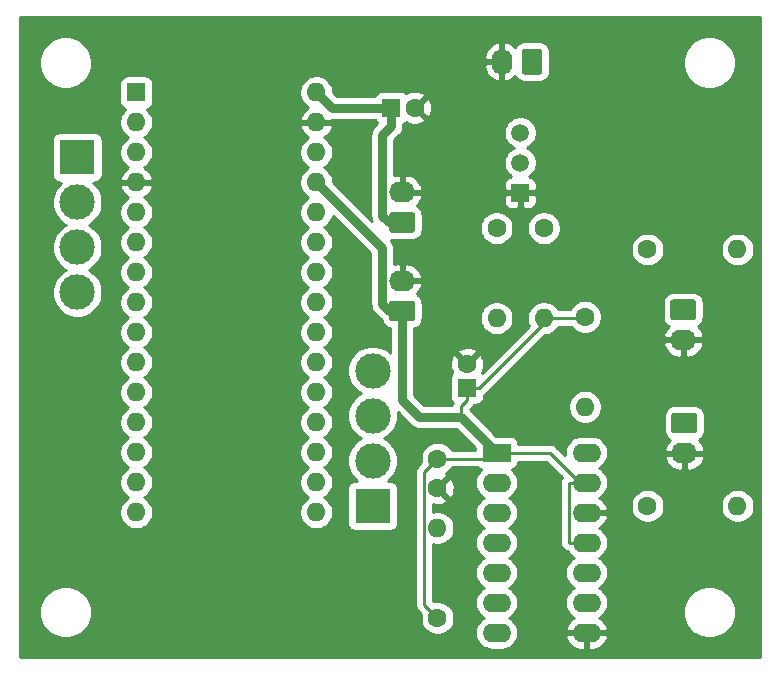
<source format=gbr>
G04 #@! TF.GenerationSoftware,KiCad,Pcbnew,5.1.5-52549c5~84~ubuntu18.04.1*
G04 #@! TF.CreationDate,2020-05-03T21:02:41-04:00*
G04 #@! TF.ProjectId,dac_ino,6461635f-696e-46f2-9e6b-696361645f70,rev?*
G04 #@! TF.SameCoordinates,Original*
G04 #@! TF.FileFunction,Copper,L2,Bot*
G04 #@! TF.FilePolarity,Positive*
%FSLAX46Y46*%
G04 Gerber Fmt 4.6, Leading zero omitted, Abs format (unit mm)*
G04 Created by KiCad (PCBNEW 5.1.5-52549c5~84~ubuntu18.04.1) date 2020-05-03 21:02:41*
%MOMM*%
%LPD*%
G04 APERTURE LIST*
%ADD10O,1.600000X1.600000*%
%ADD11C,1.600000*%
%ADD12O,2.200000X1.740000*%
%ADD13C,0.100000*%
%ADD14R,1.600000X1.600000*%
%ADD15C,2.999740*%
%ADD16R,2.999740X2.999740*%
%ADD17O,2.400000X1.600000*%
%ADD18R,2.400000X1.600000*%
%ADD19R,1.500000X1.500000*%
%ADD20C,1.500000*%
%ADD21O,1.740000X2.200000*%
%ADD22C,0.750000*%
%ADD23C,0.250000*%
%ADD24C,0.254000*%
G04 APERTURE END LIST*
D10*
X186400000Y-135000000D03*
D11*
X178780000Y-135000000D03*
D10*
X186400000Y-113300000D03*
D11*
X178780000Y-113300000D03*
D12*
X181900000Y-130540000D03*
G04 #@! TA.AperFunction,ComponentPad*
D13*
G36*
X182774505Y-127131204D02*
G01*
X182798773Y-127134804D01*
X182822572Y-127140765D01*
X182845671Y-127149030D01*
X182867850Y-127159520D01*
X182888893Y-127172132D01*
X182908599Y-127186747D01*
X182926777Y-127203223D01*
X182943253Y-127221401D01*
X182957868Y-127241107D01*
X182970480Y-127262150D01*
X182980970Y-127284329D01*
X182989235Y-127307428D01*
X182995196Y-127331227D01*
X182998796Y-127355495D01*
X183000000Y-127379999D01*
X183000000Y-128620001D01*
X182998796Y-128644505D01*
X182995196Y-128668773D01*
X182989235Y-128692572D01*
X182980970Y-128715671D01*
X182970480Y-128737850D01*
X182957868Y-128758893D01*
X182943253Y-128778599D01*
X182926777Y-128796777D01*
X182908599Y-128813253D01*
X182888893Y-128827868D01*
X182867850Y-128840480D01*
X182845671Y-128850970D01*
X182822572Y-128859235D01*
X182798773Y-128865196D01*
X182774505Y-128868796D01*
X182750001Y-128870000D01*
X181049999Y-128870000D01*
X181025495Y-128868796D01*
X181001227Y-128865196D01*
X180977428Y-128859235D01*
X180954329Y-128850970D01*
X180932150Y-128840480D01*
X180911107Y-128827868D01*
X180891401Y-128813253D01*
X180873223Y-128796777D01*
X180856747Y-128778599D01*
X180842132Y-128758893D01*
X180829520Y-128737850D01*
X180819030Y-128715671D01*
X180810765Y-128692572D01*
X180804804Y-128668773D01*
X180801204Y-128644505D01*
X180800000Y-128620001D01*
X180800000Y-127379999D01*
X180801204Y-127355495D01*
X180804804Y-127331227D01*
X180810765Y-127307428D01*
X180819030Y-127284329D01*
X180829520Y-127262150D01*
X180842132Y-127241107D01*
X180856747Y-127221401D01*
X180873223Y-127203223D01*
X180891401Y-127186747D01*
X180911107Y-127172132D01*
X180932150Y-127159520D01*
X180954329Y-127149030D01*
X180977428Y-127140765D01*
X181001227Y-127134804D01*
X181025495Y-127131204D01*
X181049999Y-127130000D01*
X182750001Y-127130000D01*
X182774505Y-127131204D01*
G37*
G04 #@! TD.AperFunction*
D12*
X181800000Y-120940000D03*
G04 #@! TA.AperFunction,ComponentPad*
D13*
G36*
X182674505Y-117531204D02*
G01*
X182698773Y-117534804D01*
X182722572Y-117540765D01*
X182745671Y-117549030D01*
X182767850Y-117559520D01*
X182788893Y-117572132D01*
X182808599Y-117586747D01*
X182826777Y-117603223D01*
X182843253Y-117621401D01*
X182857868Y-117641107D01*
X182870480Y-117662150D01*
X182880970Y-117684329D01*
X182889235Y-117707428D01*
X182895196Y-117731227D01*
X182898796Y-117755495D01*
X182900000Y-117779999D01*
X182900000Y-119020001D01*
X182898796Y-119044505D01*
X182895196Y-119068773D01*
X182889235Y-119092572D01*
X182880970Y-119115671D01*
X182870480Y-119137850D01*
X182857868Y-119158893D01*
X182843253Y-119178599D01*
X182826777Y-119196777D01*
X182808599Y-119213253D01*
X182788893Y-119227868D01*
X182767850Y-119240480D01*
X182745671Y-119250970D01*
X182722572Y-119259235D01*
X182698773Y-119265196D01*
X182674505Y-119268796D01*
X182650001Y-119270000D01*
X180949999Y-119270000D01*
X180925495Y-119268796D01*
X180901227Y-119265196D01*
X180877428Y-119259235D01*
X180854329Y-119250970D01*
X180832150Y-119240480D01*
X180811107Y-119227868D01*
X180791401Y-119213253D01*
X180773223Y-119196777D01*
X180756747Y-119178599D01*
X180742132Y-119158893D01*
X180729520Y-119137850D01*
X180719030Y-119115671D01*
X180710765Y-119092572D01*
X180704804Y-119068773D01*
X180701204Y-119044505D01*
X180700000Y-119020001D01*
X180700000Y-117779999D01*
X180701204Y-117755495D01*
X180704804Y-117731227D01*
X180710765Y-117707428D01*
X180719030Y-117684329D01*
X180729520Y-117662150D01*
X180742132Y-117641107D01*
X180756747Y-117621401D01*
X180773223Y-117603223D01*
X180791401Y-117586747D01*
X180811107Y-117572132D01*
X180832150Y-117559520D01*
X180854329Y-117549030D01*
X180877428Y-117540765D01*
X180901227Y-117534804D01*
X180925495Y-117531204D01*
X180949999Y-117530000D01*
X182650001Y-117530000D01*
X182674505Y-117531204D01*
G37*
G04 #@! TD.AperFunction*
D10*
X150740000Y-135560000D03*
X135500000Y-135560000D03*
X150740000Y-100000000D03*
X135500000Y-133020000D03*
X150740000Y-102540000D03*
X135500000Y-130480000D03*
X150740000Y-105080000D03*
X135500000Y-127940000D03*
X150740000Y-107620000D03*
X135500000Y-125400000D03*
X150740000Y-110160000D03*
X135500000Y-122860000D03*
X150740000Y-112700000D03*
X135500000Y-120320000D03*
X150740000Y-115240000D03*
X135500000Y-117780000D03*
X150740000Y-117780000D03*
X135500000Y-115240000D03*
X150740000Y-120320000D03*
X135500000Y-112700000D03*
X150740000Y-122860000D03*
X135500000Y-110160000D03*
X150740000Y-125400000D03*
X135500000Y-107620000D03*
X150740000Y-127940000D03*
X135500000Y-105080000D03*
X150740000Y-130480000D03*
X135500000Y-102540000D03*
X150740000Y-133020000D03*
D14*
X135500000Y-100000000D03*
D10*
X161000000Y-136880000D03*
D11*
X161000000Y-144500000D03*
X163500000Y-123000000D03*
D14*
X163500000Y-125000000D03*
D15*
X130500000Y-116930000D03*
X130500000Y-113120000D03*
X130500000Y-109310000D03*
D16*
X130500000Y-105500000D03*
D15*
X155500000Y-123570000D03*
X155500000Y-127380000D03*
X155500000Y-131190000D03*
D16*
X155500000Y-135000000D03*
D12*
X158000000Y-108460000D03*
G04 #@! TA.AperFunction,ComponentPad*
D13*
G36*
X158874505Y-110131204D02*
G01*
X158898773Y-110134804D01*
X158922572Y-110140765D01*
X158945671Y-110149030D01*
X158967850Y-110159520D01*
X158988893Y-110172132D01*
X159008599Y-110186747D01*
X159026777Y-110203223D01*
X159043253Y-110221401D01*
X159057868Y-110241107D01*
X159070480Y-110262150D01*
X159080970Y-110284329D01*
X159089235Y-110307428D01*
X159095196Y-110331227D01*
X159098796Y-110355495D01*
X159100000Y-110379999D01*
X159100000Y-111620001D01*
X159098796Y-111644505D01*
X159095196Y-111668773D01*
X159089235Y-111692572D01*
X159080970Y-111715671D01*
X159070480Y-111737850D01*
X159057868Y-111758893D01*
X159043253Y-111778599D01*
X159026777Y-111796777D01*
X159008599Y-111813253D01*
X158988893Y-111827868D01*
X158967850Y-111840480D01*
X158945671Y-111850970D01*
X158922572Y-111859235D01*
X158898773Y-111865196D01*
X158874505Y-111868796D01*
X158850001Y-111870000D01*
X157149999Y-111870000D01*
X157125495Y-111868796D01*
X157101227Y-111865196D01*
X157077428Y-111859235D01*
X157054329Y-111850970D01*
X157032150Y-111840480D01*
X157011107Y-111827868D01*
X156991401Y-111813253D01*
X156973223Y-111796777D01*
X156956747Y-111778599D01*
X156942132Y-111758893D01*
X156929520Y-111737850D01*
X156919030Y-111715671D01*
X156910765Y-111692572D01*
X156904804Y-111668773D01*
X156901204Y-111644505D01*
X156900000Y-111620001D01*
X156900000Y-110379999D01*
X156901204Y-110355495D01*
X156904804Y-110331227D01*
X156910765Y-110307428D01*
X156919030Y-110284329D01*
X156929520Y-110262150D01*
X156942132Y-110241107D01*
X156956747Y-110221401D01*
X156973223Y-110203223D01*
X156991401Y-110186747D01*
X157011107Y-110172132D01*
X157032150Y-110159520D01*
X157054329Y-110149030D01*
X157077428Y-110140765D01*
X157101227Y-110134804D01*
X157125495Y-110131204D01*
X157149999Y-110130000D01*
X158850001Y-110130000D01*
X158874505Y-110131204D01*
G37*
G04 #@! TD.AperFunction*
D10*
X173500000Y-126620000D03*
D11*
X173500000Y-119000000D03*
D17*
X173620000Y-130500000D03*
X166000000Y-145740000D03*
X173620000Y-133040000D03*
X166000000Y-143200000D03*
X173620000Y-135580000D03*
X166000000Y-140660000D03*
X173620000Y-138120000D03*
X166000000Y-138120000D03*
X173620000Y-140660000D03*
X166000000Y-135580000D03*
X173620000Y-143200000D03*
X166000000Y-133040000D03*
X173620000Y-145740000D03*
D18*
X166000000Y-130500000D03*
D10*
X170000000Y-119120000D03*
D11*
X170000000Y-111500000D03*
D10*
X166000000Y-119120000D03*
D11*
X166000000Y-111500000D03*
D19*
X168000000Y-108500000D03*
D20*
X168000000Y-103420000D03*
X168000000Y-105960000D03*
D12*
X158000000Y-115960000D03*
G04 #@! TA.AperFunction,ComponentPad*
D13*
G36*
X158874505Y-117631204D02*
G01*
X158898773Y-117634804D01*
X158922572Y-117640765D01*
X158945671Y-117649030D01*
X158967850Y-117659520D01*
X158988893Y-117672132D01*
X159008599Y-117686747D01*
X159026777Y-117703223D01*
X159043253Y-117721401D01*
X159057868Y-117741107D01*
X159070480Y-117762150D01*
X159080970Y-117784329D01*
X159089235Y-117807428D01*
X159095196Y-117831227D01*
X159098796Y-117855495D01*
X159100000Y-117879999D01*
X159100000Y-119120001D01*
X159098796Y-119144505D01*
X159095196Y-119168773D01*
X159089235Y-119192572D01*
X159080970Y-119215671D01*
X159070480Y-119237850D01*
X159057868Y-119258893D01*
X159043253Y-119278599D01*
X159026777Y-119296777D01*
X159008599Y-119313253D01*
X158988893Y-119327868D01*
X158967850Y-119340480D01*
X158945671Y-119350970D01*
X158922572Y-119359235D01*
X158898773Y-119365196D01*
X158874505Y-119368796D01*
X158850001Y-119370000D01*
X157149999Y-119370000D01*
X157125495Y-119368796D01*
X157101227Y-119365196D01*
X157077428Y-119359235D01*
X157054329Y-119350970D01*
X157032150Y-119340480D01*
X157011107Y-119327868D01*
X156991401Y-119313253D01*
X156973223Y-119296777D01*
X156956747Y-119278599D01*
X156942132Y-119258893D01*
X156929520Y-119237850D01*
X156919030Y-119215671D01*
X156910765Y-119192572D01*
X156904804Y-119168773D01*
X156901204Y-119144505D01*
X156900000Y-119120001D01*
X156900000Y-117879999D01*
X156901204Y-117855495D01*
X156904804Y-117831227D01*
X156910765Y-117807428D01*
X156919030Y-117784329D01*
X156929520Y-117762150D01*
X156942132Y-117741107D01*
X156956747Y-117721401D01*
X156973223Y-117703223D01*
X156991401Y-117686747D01*
X157011107Y-117672132D01*
X157032150Y-117659520D01*
X157054329Y-117649030D01*
X157077428Y-117640765D01*
X157101227Y-117634804D01*
X157125495Y-117631204D01*
X157149999Y-117630000D01*
X158850001Y-117630000D01*
X158874505Y-117631204D01*
G37*
G04 #@! TD.AperFunction*
D21*
X166460000Y-97400000D03*
G04 #@! TA.AperFunction,ComponentPad*
D13*
G36*
X169644505Y-96301204D02*
G01*
X169668773Y-96304804D01*
X169692572Y-96310765D01*
X169715671Y-96319030D01*
X169737850Y-96329520D01*
X169758893Y-96342132D01*
X169778599Y-96356747D01*
X169796777Y-96373223D01*
X169813253Y-96391401D01*
X169827868Y-96411107D01*
X169840480Y-96432150D01*
X169850970Y-96454329D01*
X169859235Y-96477428D01*
X169865196Y-96501227D01*
X169868796Y-96525495D01*
X169870000Y-96549999D01*
X169870000Y-98250001D01*
X169868796Y-98274505D01*
X169865196Y-98298773D01*
X169859235Y-98322572D01*
X169850970Y-98345671D01*
X169840480Y-98367850D01*
X169827868Y-98388893D01*
X169813253Y-98408599D01*
X169796777Y-98426777D01*
X169778599Y-98443253D01*
X169758893Y-98457868D01*
X169737850Y-98470480D01*
X169715671Y-98480970D01*
X169692572Y-98489235D01*
X169668773Y-98495196D01*
X169644505Y-98498796D01*
X169620001Y-98500000D01*
X168379999Y-98500000D01*
X168355495Y-98498796D01*
X168331227Y-98495196D01*
X168307428Y-98489235D01*
X168284329Y-98480970D01*
X168262150Y-98470480D01*
X168241107Y-98457868D01*
X168221401Y-98443253D01*
X168203223Y-98426777D01*
X168186747Y-98408599D01*
X168172132Y-98388893D01*
X168159520Y-98367850D01*
X168149030Y-98345671D01*
X168140765Y-98322572D01*
X168134804Y-98298773D01*
X168131204Y-98274505D01*
X168130000Y-98250001D01*
X168130000Y-96549999D01*
X168131204Y-96525495D01*
X168134804Y-96501227D01*
X168140765Y-96477428D01*
X168149030Y-96454329D01*
X168159520Y-96432150D01*
X168172132Y-96411107D01*
X168186747Y-96391401D01*
X168203223Y-96373223D01*
X168221401Y-96356747D01*
X168241107Y-96342132D01*
X168262150Y-96329520D01*
X168284329Y-96319030D01*
X168307428Y-96310765D01*
X168331227Y-96304804D01*
X168355495Y-96301204D01*
X168379999Y-96300000D01*
X169620001Y-96300000D01*
X169644505Y-96301204D01*
G37*
G04 #@! TD.AperFunction*
D11*
X159100000Y-101300000D03*
D14*
X157100000Y-101300000D03*
D11*
X161000000Y-133500000D03*
X161000000Y-131000000D03*
D22*
X156900000Y-118500000D02*
X158000000Y-118500000D01*
X156324990Y-117924990D02*
X156900000Y-118500000D01*
X156324990Y-113204990D02*
X156324990Y-117924990D01*
X150740000Y-107620000D02*
X156324990Y-113204990D01*
D23*
X172170000Y-138120000D02*
X173620000Y-138120000D01*
X172094990Y-138044990D02*
X172170000Y-138120000D01*
X172094990Y-133115010D02*
X172094990Y-138044990D01*
X172170000Y-133040000D02*
X172094990Y-133115010D01*
X173620000Y-133040000D02*
X172170000Y-133040000D01*
X173040000Y-133040000D02*
X173620000Y-133040000D01*
X166000000Y-130500000D02*
X170500000Y-130500000D01*
X170500000Y-130500000D02*
X173040000Y-133040000D01*
D22*
X159450000Y-127500000D02*
X163000000Y-127500000D01*
X158000000Y-126050000D02*
X159450000Y-127500000D01*
X158000000Y-118500000D02*
X158000000Y-126050000D01*
X163000000Y-127500000D02*
X166000000Y-130500000D01*
D23*
X165500000Y-131000000D02*
X166000000Y-130500000D01*
X161000000Y-131000000D02*
X165500000Y-131000000D01*
X173380000Y-119120000D02*
X173500000Y-119000000D01*
X170000000Y-119120000D02*
X173380000Y-119120000D01*
X163000000Y-126550000D02*
X163000000Y-127500000D01*
X163500000Y-126050000D02*
X163000000Y-126550000D01*
X163500000Y-125000000D02*
X163500000Y-126050000D01*
X164550000Y-125000000D02*
X170000000Y-119550000D01*
X170000000Y-119550000D02*
X170000000Y-119120000D01*
X163500000Y-125000000D02*
X164550000Y-125000000D01*
X159874999Y-132125001D02*
X161000000Y-131000000D01*
X159874999Y-143374999D02*
X159874999Y-132125001D01*
X161000000Y-144500000D02*
X159874999Y-143374999D01*
D22*
X157100000Y-102850000D02*
X157100000Y-101300000D01*
X156324990Y-110424990D02*
X156324990Y-103625010D01*
X156324990Y-103625010D02*
X157100000Y-102850000D01*
X156900000Y-111000000D02*
X156324990Y-110424990D01*
X158000000Y-111000000D02*
X156900000Y-111000000D01*
X152040000Y-101300000D02*
X150740000Y-100000000D01*
X157100000Y-101300000D02*
X152040000Y-101300000D01*
D24*
G36*
X188340001Y-147840000D02*
G01*
X125660000Y-147840000D01*
X125660000Y-143779872D01*
X127265000Y-143779872D01*
X127265000Y-144220128D01*
X127350890Y-144651925D01*
X127519369Y-145058669D01*
X127763962Y-145424729D01*
X128075271Y-145736038D01*
X128441331Y-145980631D01*
X128848075Y-146149110D01*
X129279872Y-146235000D01*
X129720128Y-146235000D01*
X130151925Y-146149110D01*
X130558669Y-145980631D01*
X130924729Y-145736038D01*
X131236038Y-145424729D01*
X131480631Y-145058669D01*
X131649110Y-144651925D01*
X131735000Y-144220128D01*
X131735000Y-143779872D01*
X131649110Y-143348075D01*
X131480631Y-142941331D01*
X131236038Y-142575271D01*
X130924729Y-142263962D01*
X130558669Y-142019369D01*
X130151925Y-141850890D01*
X129720128Y-141765000D01*
X129279872Y-141765000D01*
X128848075Y-141850890D01*
X128441331Y-142019369D01*
X128075271Y-142263962D01*
X127763962Y-142575271D01*
X127519369Y-142941331D01*
X127350890Y-143348075D01*
X127265000Y-143779872D01*
X125660000Y-143779872D01*
X125660000Y-104000130D01*
X128362058Y-104000130D01*
X128362058Y-106999870D01*
X128374318Y-107124352D01*
X128410628Y-107244050D01*
X128469593Y-107354364D01*
X128548945Y-107451055D01*
X128645636Y-107530407D01*
X128755950Y-107589372D01*
X128875648Y-107625682D01*
X129000130Y-107637942D01*
X129159747Y-107637942D01*
X129139100Y-107651738D01*
X128841738Y-107949100D01*
X128608103Y-108298760D01*
X128447172Y-108687281D01*
X128365130Y-109099734D01*
X128365130Y-109520266D01*
X128447172Y-109932719D01*
X128608103Y-110321240D01*
X128841738Y-110670900D01*
X129139100Y-110968262D01*
X129488760Y-111201897D01*
X129520393Y-111215000D01*
X129488760Y-111228103D01*
X129139100Y-111461738D01*
X128841738Y-111759100D01*
X128608103Y-112108760D01*
X128447172Y-112497281D01*
X128365130Y-112909734D01*
X128365130Y-113330266D01*
X128447172Y-113742719D01*
X128608103Y-114131240D01*
X128841738Y-114480900D01*
X129139100Y-114778262D01*
X129488760Y-115011897D01*
X129520393Y-115025000D01*
X129488760Y-115038103D01*
X129139100Y-115271738D01*
X128841738Y-115569100D01*
X128608103Y-115918760D01*
X128447172Y-116307281D01*
X128365130Y-116719734D01*
X128365130Y-117140266D01*
X128447172Y-117552719D01*
X128608103Y-117941240D01*
X128841738Y-118290900D01*
X129139100Y-118588262D01*
X129488760Y-118821897D01*
X129877281Y-118982828D01*
X130289734Y-119064870D01*
X130710266Y-119064870D01*
X131122719Y-118982828D01*
X131511240Y-118821897D01*
X131860900Y-118588262D01*
X132158262Y-118290900D01*
X132391897Y-117941240D01*
X132552828Y-117552719D01*
X132634870Y-117140266D01*
X132634870Y-116719734D01*
X132552828Y-116307281D01*
X132391897Y-115918760D01*
X132158262Y-115569100D01*
X131860900Y-115271738D01*
X131511240Y-115038103D01*
X131479607Y-115025000D01*
X131511240Y-115011897D01*
X131860900Y-114778262D01*
X132158262Y-114480900D01*
X132391897Y-114131240D01*
X132552828Y-113742719D01*
X132634870Y-113330266D01*
X132634870Y-112909734D01*
X132552828Y-112497281D01*
X132391897Y-112108760D01*
X132158262Y-111759100D01*
X131860900Y-111461738D01*
X131511240Y-111228103D01*
X131479607Y-111215000D01*
X131511240Y-111201897D01*
X131860900Y-110968262D01*
X132158262Y-110670900D01*
X132391897Y-110321240D01*
X132517227Y-110018665D01*
X134065000Y-110018665D01*
X134065000Y-110301335D01*
X134120147Y-110578574D01*
X134228320Y-110839727D01*
X134385363Y-111074759D01*
X134585241Y-111274637D01*
X134817759Y-111430000D01*
X134585241Y-111585363D01*
X134385363Y-111785241D01*
X134228320Y-112020273D01*
X134120147Y-112281426D01*
X134065000Y-112558665D01*
X134065000Y-112841335D01*
X134120147Y-113118574D01*
X134228320Y-113379727D01*
X134385363Y-113614759D01*
X134585241Y-113814637D01*
X134817759Y-113970000D01*
X134585241Y-114125363D01*
X134385363Y-114325241D01*
X134228320Y-114560273D01*
X134120147Y-114821426D01*
X134065000Y-115098665D01*
X134065000Y-115381335D01*
X134120147Y-115658574D01*
X134228320Y-115919727D01*
X134385363Y-116154759D01*
X134585241Y-116354637D01*
X134817759Y-116510000D01*
X134585241Y-116665363D01*
X134385363Y-116865241D01*
X134228320Y-117100273D01*
X134120147Y-117361426D01*
X134065000Y-117638665D01*
X134065000Y-117921335D01*
X134120147Y-118198574D01*
X134228320Y-118459727D01*
X134385363Y-118694759D01*
X134585241Y-118894637D01*
X134817759Y-119050000D01*
X134585241Y-119205363D01*
X134385363Y-119405241D01*
X134228320Y-119640273D01*
X134120147Y-119901426D01*
X134065000Y-120178665D01*
X134065000Y-120461335D01*
X134120147Y-120738574D01*
X134228320Y-120999727D01*
X134385363Y-121234759D01*
X134585241Y-121434637D01*
X134817759Y-121590000D01*
X134585241Y-121745363D01*
X134385363Y-121945241D01*
X134228320Y-122180273D01*
X134120147Y-122441426D01*
X134065000Y-122718665D01*
X134065000Y-123001335D01*
X134120147Y-123278574D01*
X134228320Y-123539727D01*
X134385363Y-123774759D01*
X134585241Y-123974637D01*
X134817759Y-124130000D01*
X134585241Y-124285363D01*
X134385363Y-124485241D01*
X134228320Y-124720273D01*
X134120147Y-124981426D01*
X134065000Y-125258665D01*
X134065000Y-125541335D01*
X134120147Y-125818574D01*
X134228320Y-126079727D01*
X134385363Y-126314759D01*
X134585241Y-126514637D01*
X134817759Y-126670000D01*
X134585241Y-126825363D01*
X134385363Y-127025241D01*
X134228320Y-127260273D01*
X134120147Y-127521426D01*
X134065000Y-127798665D01*
X134065000Y-128081335D01*
X134120147Y-128358574D01*
X134228320Y-128619727D01*
X134385363Y-128854759D01*
X134585241Y-129054637D01*
X134817759Y-129210000D01*
X134585241Y-129365363D01*
X134385363Y-129565241D01*
X134228320Y-129800273D01*
X134120147Y-130061426D01*
X134065000Y-130338665D01*
X134065000Y-130621335D01*
X134120147Y-130898574D01*
X134228320Y-131159727D01*
X134385363Y-131394759D01*
X134585241Y-131594637D01*
X134817759Y-131750000D01*
X134585241Y-131905363D01*
X134385363Y-132105241D01*
X134228320Y-132340273D01*
X134120147Y-132601426D01*
X134065000Y-132878665D01*
X134065000Y-133161335D01*
X134120147Y-133438574D01*
X134228320Y-133699727D01*
X134385363Y-133934759D01*
X134585241Y-134134637D01*
X134817759Y-134290000D01*
X134585241Y-134445363D01*
X134385363Y-134645241D01*
X134228320Y-134880273D01*
X134120147Y-135141426D01*
X134065000Y-135418665D01*
X134065000Y-135701335D01*
X134120147Y-135978574D01*
X134228320Y-136239727D01*
X134385363Y-136474759D01*
X134585241Y-136674637D01*
X134820273Y-136831680D01*
X135081426Y-136939853D01*
X135358665Y-136995000D01*
X135641335Y-136995000D01*
X135918574Y-136939853D01*
X136179727Y-136831680D01*
X136414759Y-136674637D01*
X136614637Y-136474759D01*
X136771680Y-136239727D01*
X136879853Y-135978574D01*
X136935000Y-135701335D01*
X136935000Y-135418665D01*
X136879853Y-135141426D01*
X136771680Y-134880273D01*
X136614637Y-134645241D01*
X136414759Y-134445363D01*
X136182241Y-134290000D01*
X136414759Y-134134637D01*
X136614637Y-133934759D01*
X136771680Y-133699727D01*
X136879853Y-133438574D01*
X136935000Y-133161335D01*
X136935000Y-132878665D01*
X136879853Y-132601426D01*
X136771680Y-132340273D01*
X136614637Y-132105241D01*
X136414759Y-131905363D01*
X136182241Y-131750000D01*
X136414759Y-131594637D01*
X136614637Y-131394759D01*
X136771680Y-131159727D01*
X136879853Y-130898574D01*
X136935000Y-130621335D01*
X136935000Y-130338665D01*
X136879853Y-130061426D01*
X136771680Y-129800273D01*
X136614637Y-129565241D01*
X136414759Y-129365363D01*
X136182241Y-129210000D01*
X136414759Y-129054637D01*
X136614637Y-128854759D01*
X136771680Y-128619727D01*
X136879853Y-128358574D01*
X136935000Y-128081335D01*
X136935000Y-127798665D01*
X136879853Y-127521426D01*
X136771680Y-127260273D01*
X136614637Y-127025241D01*
X136414759Y-126825363D01*
X136182241Y-126670000D01*
X136414759Y-126514637D01*
X136614637Y-126314759D01*
X136771680Y-126079727D01*
X136879853Y-125818574D01*
X136935000Y-125541335D01*
X136935000Y-125258665D01*
X136879853Y-124981426D01*
X136771680Y-124720273D01*
X136614637Y-124485241D01*
X136414759Y-124285363D01*
X136182241Y-124130000D01*
X136414759Y-123974637D01*
X136614637Y-123774759D01*
X136771680Y-123539727D01*
X136879853Y-123278574D01*
X136935000Y-123001335D01*
X136935000Y-122718665D01*
X136879853Y-122441426D01*
X136771680Y-122180273D01*
X136614637Y-121945241D01*
X136414759Y-121745363D01*
X136182241Y-121590000D01*
X136414759Y-121434637D01*
X136614637Y-121234759D01*
X136771680Y-120999727D01*
X136879853Y-120738574D01*
X136935000Y-120461335D01*
X136935000Y-120178665D01*
X136879853Y-119901426D01*
X136771680Y-119640273D01*
X136614637Y-119405241D01*
X136414759Y-119205363D01*
X136182241Y-119050000D01*
X136414759Y-118894637D01*
X136614637Y-118694759D01*
X136771680Y-118459727D01*
X136879853Y-118198574D01*
X136935000Y-117921335D01*
X136935000Y-117638665D01*
X136879853Y-117361426D01*
X136771680Y-117100273D01*
X136614637Y-116865241D01*
X136414759Y-116665363D01*
X136182241Y-116510000D01*
X136414759Y-116354637D01*
X136614637Y-116154759D01*
X136771680Y-115919727D01*
X136879853Y-115658574D01*
X136935000Y-115381335D01*
X136935000Y-115098665D01*
X136879853Y-114821426D01*
X136771680Y-114560273D01*
X136614637Y-114325241D01*
X136414759Y-114125363D01*
X136182241Y-113970000D01*
X136414759Y-113814637D01*
X136614637Y-113614759D01*
X136771680Y-113379727D01*
X136879853Y-113118574D01*
X136935000Y-112841335D01*
X136935000Y-112558665D01*
X136879853Y-112281426D01*
X136771680Y-112020273D01*
X136614637Y-111785241D01*
X136414759Y-111585363D01*
X136182241Y-111430000D01*
X136414759Y-111274637D01*
X136614637Y-111074759D01*
X136771680Y-110839727D01*
X136879853Y-110578574D01*
X136935000Y-110301335D01*
X136935000Y-110018665D01*
X136879853Y-109741426D01*
X136771680Y-109480273D01*
X136614637Y-109245241D01*
X136414759Y-109045363D01*
X136179727Y-108888320D01*
X136169135Y-108883933D01*
X136355131Y-108772385D01*
X136563519Y-108583414D01*
X136731037Y-108357420D01*
X136851246Y-108103087D01*
X136891904Y-107969039D01*
X136769915Y-107747000D01*
X135627000Y-107747000D01*
X135627000Y-107767000D01*
X135373000Y-107767000D01*
X135373000Y-107747000D01*
X134230085Y-107747000D01*
X134108096Y-107969039D01*
X134148754Y-108103087D01*
X134268963Y-108357420D01*
X134436481Y-108583414D01*
X134644869Y-108772385D01*
X134830865Y-108883933D01*
X134820273Y-108888320D01*
X134585241Y-109045363D01*
X134385363Y-109245241D01*
X134228320Y-109480273D01*
X134120147Y-109741426D01*
X134065000Y-110018665D01*
X132517227Y-110018665D01*
X132552828Y-109932719D01*
X132634870Y-109520266D01*
X132634870Y-109099734D01*
X132552828Y-108687281D01*
X132391897Y-108298760D01*
X132158262Y-107949100D01*
X131860900Y-107651738D01*
X131840253Y-107637942D01*
X131999870Y-107637942D01*
X132124352Y-107625682D01*
X132244050Y-107589372D01*
X132354364Y-107530407D01*
X132451055Y-107451055D01*
X132530407Y-107354364D01*
X132589372Y-107244050D01*
X132625682Y-107124352D01*
X132637942Y-106999870D01*
X132637942Y-104000130D01*
X132625682Y-103875648D01*
X132589372Y-103755950D01*
X132530407Y-103645636D01*
X132451055Y-103548945D01*
X132354364Y-103469593D01*
X132244050Y-103410628D01*
X132124352Y-103374318D01*
X131999870Y-103362058D01*
X129000130Y-103362058D01*
X128875648Y-103374318D01*
X128755950Y-103410628D01*
X128645636Y-103469593D01*
X128548945Y-103548945D01*
X128469593Y-103645636D01*
X128410628Y-103755950D01*
X128374318Y-103875648D01*
X128362058Y-104000130D01*
X125660000Y-104000130D01*
X125660000Y-97279872D01*
X127265000Y-97279872D01*
X127265000Y-97720128D01*
X127350890Y-98151925D01*
X127519369Y-98558669D01*
X127763962Y-98924729D01*
X128075271Y-99236038D01*
X128441331Y-99480631D01*
X128848075Y-99649110D01*
X129279872Y-99735000D01*
X129720128Y-99735000D01*
X130151925Y-99649110D01*
X130558669Y-99480631D01*
X130924729Y-99236038D01*
X130960767Y-99200000D01*
X134061928Y-99200000D01*
X134061928Y-100800000D01*
X134074188Y-100924482D01*
X134110498Y-101044180D01*
X134169463Y-101154494D01*
X134248815Y-101251185D01*
X134345506Y-101330537D01*
X134455820Y-101389502D01*
X134575518Y-101425812D01*
X134583961Y-101426643D01*
X134385363Y-101625241D01*
X134228320Y-101860273D01*
X134120147Y-102121426D01*
X134065000Y-102398665D01*
X134065000Y-102681335D01*
X134120147Y-102958574D01*
X134228320Y-103219727D01*
X134385363Y-103454759D01*
X134585241Y-103654637D01*
X134817759Y-103810000D01*
X134585241Y-103965363D01*
X134385363Y-104165241D01*
X134228320Y-104400273D01*
X134120147Y-104661426D01*
X134065000Y-104938665D01*
X134065000Y-105221335D01*
X134120147Y-105498574D01*
X134228320Y-105759727D01*
X134385363Y-105994759D01*
X134585241Y-106194637D01*
X134820273Y-106351680D01*
X134830865Y-106356067D01*
X134644869Y-106467615D01*
X134436481Y-106656586D01*
X134268963Y-106882580D01*
X134148754Y-107136913D01*
X134108096Y-107270961D01*
X134230085Y-107493000D01*
X135373000Y-107493000D01*
X135373000Y-107473000D01*
X135627000Y-107473000D01*
X135627000Y-107493000D01*
X136769915Y-107493000D01*
X136891904Y-107270961D01*
X136851246Y-107136913D01*
X136731037Y-106882580D01*
X136563519Y-106656586D01*
X136355131Y-106467615D01*
X136169135Y-106356067D01*
X136179727Y-106351680D01*
X136414759Y-106194637D01*
X136614637Y-105994759D01*
X136771680Y-105759727D01*
X136879853Y-105498574D01*
X136935000Y-105221335D01*
X136935000Y-104938665D01*
X136879853Y-104661426D01*
X136771680Y-104400273D01*
X136614637Y-104165241D01*
X136414759Y-103965363D01*
X136182241Y-103810000D01*
X136414759Y-103654637D01*
X136614637Y-103454759D01*
X136771680Y-103219727D01*
X136879853Y-102958574D01*
X136935000Y-102681335D01*
X136935000Y-102398665D01*
X136879853Y-102121426D01*
X136771680Y-101860273D01*
X136614637Y-101625241D01*
X136416039Y-101426643D01*
X136424482Y-101425812D01*
X136544180Y-101389502D01*
X136654494Y-101330537D01*
X136751185Y-101251185D01*
X136830537Y-101154494D01*
X136889502Y-101044180D01*
X136925812Y-100924482D01*
X136938072Y-100800000D01*
X136938072Y-99858665D01*
X149305000Y-99858665D01*
X149305000Y-100141335D01*
X149360147Y-100418574D01*
X149468320Y-100679727D01*
X149625363Y-100914759D01*
X149825241Y-101114637D01*
X150060273Y-101271680D01*
X150070865Y-101276067D01*
X149884869Y-101387615D01*
X149676481Y-101576586D01*
X149508963Y-101802580D01*
X149388754Y-102056913D01*
X149348096Y-102190961D01*
X149470085Y-102413000D01*
X150613000Y-102413000D01*
X150613000Y-102393000D01*
X150867000Y-102393000D01*
X150867000Y-102413000D01*
X152009915Y-102413000D01*
X152065182Y-102312406D01*
X152089608Y-102310000D01*
X155700130Y-102310000D01*
X155710498Y-102344180D01*
X155769463Y-102454494D01*
X155848815Y-102551185D01*
X155915628Y-102606017D01*
X155645891Y-102875754D01*
X155607358Y-102907377D01*
X155575735Y-102945910D01*
X155575734Y-102945911D01*
X155481144Y-103061170D01*
X155387358Y-103236631D01*
X155329605Y-103427016D01*
X155310104Y-103625010D01*
X155314991Y-103674628D01*
X155314990Y-110375382D01*
X155310104Y-110424990D01*
X155314990Y-110474597D01*
X155329605Y-110622983D01*
X155387358Y-110813369D01*
X155416792Y-110868436D01*
X152175000Y-107626645D01*
X152175000Y-107478665D01*
X152119853Y-107201426D01*
X152011680Y-106940273D01*
X151854637Y-106705241D01*
X151654759Y-106505363D01*
X151422241Y-106350000D01*
X151654759Y-106194637D01*
X151854637Y-105994759D01*
X152011680Y-105759727D01*
X152119853Y-105498574D01*
X152175000Y-105221335D01*
X152175000Y-104938665D01*
X152119853Y-104661426D01*
X152011680Y-104400273D01*
X151854637Y-104165241D01*
X151654759Y-103965363D01*
X151419727Y-103808320D01*
X151409135Y-103803933D01*
X151595131Y-103692385D01*
X151803519Y-103503414D01*
X151971037Y-103277420D01*
X152091246Y-103023087D01*
X152131904Y-102889039D01*
X152009915Y-102667000D01*
X150867000Y-102667000D01*
X150867000Y-102687000D01*
X150613000Y-102687000D01*
X150613000Y-102667000D01*
X149470085Y-102667000D01*
X149348096Y-102889039D01*
X149388754Y-103023087D01*
X149508963Y-103277420D01*
X149676481Y-103503414D01*
X149884869Y-103692385D01*
X150070865Y-103803933D01*
X150060273Y-103808320D01*
X149825241Y-103965363D01*
X149625363Y-104165241D01*
X149468320Y-104400273D01*
X149360147Y-104661426D01*
X149305000Y-104938665D01*
X149305000Y-105221335D01*
X149360147Y-105498574D01*
X149468320Y-105759727D01*
X149625363Y-105994759D01*
X149825241Y-106194637D01*
X150057759Y-106350000D01*
X149825241Y-106505363D01*
X149625363Y-106705241D01*
X149468320Y-106940273D01*
X149360147Y-107201426D01*
X149305000Y-107478665D01*
X149305000Y-107761335D01*
X149360147Y-108038574D01*
X149468320Y-108299727D01*
X149625363Y-108534759D01*
X149825241Y-108734637D01*
X150057759Y-108890000D01*
X149825241Y-109045363D01*
X149625363Y-109245241D01*
X149468320Y-109480273D01*
X149360147Y-109741426D01*
X149305000Y-110018665D01*
X149305000Y-110301335D01*
X149360147Y-110578574D01*
X149468320Y-110839727D01*
X149625363Y-111074759D01*
X149825241Y-111274637D01*
X150057759Y-111430000D01*
X149825241Y-111585363D01*
X149625363Y-111785241D01*
X149468320Y-112020273D01*
X149360147Y-112281426D01*
X149305000Y-112558665D01*
X149305000Y-112841335D01*
X149360147Y-113118574D01*
X149468320Y-113379727D01*
X149625363Y-113614759D01*
X149825241Y-113814637D01*
X150057759Y-113970000D01*
X149825241Y-114125363D01*
X149625363Y-114325241D01*
X149468320Y-114560273D01*
X149360147Y-114821426D01*
X149305000Y-115098665D01*
X149305000Y-115381335D01*
X149360147Y-115658574D01*
X149468320Y-115919727D01*
X149625363Y-116154759D01*
X149825241Y-116354637D01*
X150057759Y-116510000D01*
X149825241Y-116665363D01*
X149625363Y-116865241D01*
X149468320Y-117100273D01*
X149360147Y-117361426D01*
X149305000Y-117638665D01*
X149305000Y-117921335D01*
X149360147Y-118198574D01*
X149468320Y-118459727D01*
X149625363Y-118694759D01*
X149825241Y-118894637D01*
X150057759Y-119050000D01*
X149825241Y-119205363D01*
X149625363Y-119405241D01*
X149468320Y-119640273D01*
X149360147Y-119901426D01*
X149305000Y-120178665D01*
X149305000Y-120461335D01*
X149360147Y-120738574D01*
X149468320Y-120999727D01*
X149625363Y-121234759D01*
X149825241Y-121434637D01*
X150057759Y-121590000D01*
X149825241Y-121745363D01*
X149625363Y-121945241D01*
X149468320Y-122180273D01*
X149360147Y-122441426D01*
X149305000Y-122718665D01*
X149305000Y-123001335D01*
X149360147Y-123278574D01*
X149468320Y-123539727D01*
X149625363Y-123774759D01*
X149825241Y-123974637D01*
X150057759Y-124130000D01*
X149825241Y-124285363D01*
X149625363Y-124485241D01*
X149468320Y-124720273D01*
X149360147Y-124981426D01*
X149305000Y-125258665D01*
X149305000Y-125541335D01*
X149360147Y-125818574D01*
X149468320Y-126079727D01*
X149625363Y-126314759D01*
X149825241Y-126514637D01*
X150057759Y-126670000D01*
X149825241Y-126825363D01*
X149625363Y-127025241D01*
X149468320Y-127260273D01*
X149360147Y-127521426D01*
X149305000Y-127798665D01*
X149305000Y-128081335D01*
X149360147Y-128358574D01*
X149468320Y-128619727D01*
X149625363Y-128854759D01*
X149825241Y-129054637D01*
X150057759Y-129210000D01*
X149825241Y-129365363D01*
X149625363Y-129565241D01*
X149468320Y-129800273D01*
X149360147Y-130061426D01*
X149305000Y-130338665D01*
X149305000Y-130621335D01*
X149360147Y-130898574D01*
X149468320Y-131159727D01*
X149625363Y-131394759D01*
X149825241Y-131594637D01*
X150057759Y-131750000D01*
X149825241Y-131905363D01*
X149625363Y-132105241D01*
X149468320Y-132340273D01*
X149360147Y-132601426D01*
X149305000Y-132878665D01*
X149305000Y-133161335D01*
X149360147Y-133438574D01*
X149468320Y-133699727D01*
X149625363Y-133934759D01*
X149825241Y-134134637D01*
X150057759Y-134290000D01*
X149825241Y-134445363D01*
X149625363Y-134645241D01*
X149468320Y-134880273D01*
X149360147Y-135141426D01*
X149305000Y-135418665D01*
X149305000Y-135701335D01*
X149360147Y-135978574D01*
X149468320Y-136239727D01*
X149625363Y-136474759D01*
X149825241Y-136674637D01*
X150060273Y-136831680D01*
X150321426Y-136939853D01*
X150598665Y-136995000D01*
X150881335Y-136995000D01*
X151158574Y-136939853D01*
X151419727Y-136831680D01*
X151654759Y-136674637D01*
X151854637Y-136474759D01*
X152011680Y-136239727D01*
X152119853Y-135978574D01*
X152175000Y-135701335D01*
X152175000Y-135418665D01*
X152119853Y-135141426D01*
X152011680Y-134880273D01*
X151854637Y-134645241D01*
X151654759Y-134445363D01*
X151422241Y-134290000D01*
X151654759Y-134134637D01*
X151854637Y-133934759D01*
X152011680Y-133699727D01*
X152119853Y-133438574D01*
X152175000Y-133161335D01*
X152175000Y-132878665D01*
X152119853Y-132601426D01*
X152011680Y-132340273D01*
X151854637Y-132105241D01*
X151654759Y-131905363D01*
X151422241Y-131750000D01*
X151654759Y-131594637D01*
X151854637Y-131394759D01*
X152011680Y-131159727D01*
X152119853Y-130898574D01*
X152175000Y-130621335D01*
X152175000Y-130338665D01*
X152119853Y-130061426D01*
X152011680Y-129800273D01*
X151854637Y-129565241D01*
X151654759Y-129365363D01*
X151422241Y-129210000D01*
X151654759Y-129054637D01*
X151854637Y-128854759D01*
X152011680Y-128619727D01*
X152119853Y-128358574D01*
X152175000Y-128081335D01*
X152175000Y-127798665D01*
X152119853Y-127521426D01*
X152011680Y-127260273D01*
X151854637Y-127025241D01*
X151654759Y-126825363D01*
X151422241Y-126670000D01*
X151654759Y-126514637D01*
X151854637Y-126314759D01*
X152011680Y-126079727D01*
X152119853Y-125818574D01*
X152175000Y-125541335D01*
X152175000Y-125258665D01*
X152119853Y-124981426D01*
X152011680Y-124720273D01*
X151854637Y-124485241D01*
X151654759Y-124285363D01*
X151422241Y-124130000D01*
X151654759Y-123974637D01*
X151854637Y-123774759D01*
X152011680Y-123539727D01*
X152119853Y-123278574D01*
X152175000Y-123001335D01*
X152175000Y-122718665D01*
X152119853Y-122441426D01*
X152011680Y-122180273D01*
X151854637Y-121945241D01*
X151654759Y-121745363D01*
X151422241Y-121590000D01*
X151654759Y-121434637D01*
X151854637Y-121234759D01*
X152011680Y-120999727D01*
X152119853Y-120738574D01*
X152175000Y-120461335D01*
X152175000Y-120178665D01*
X152119853Y-119901426D01*
X152011680Y-119640273D01*
X151854637Y-119405241D01*
X151654759Y-119205363D01*
X151422241Y-119050000D01*
X151654759Y-118894637D01*
X151854637Y-118694759D01*
X152011680Y-118459727D01*
X152119853Y-118198574D01*
X152175000Y-117921335D01*
X152175000Y-117638665D01*
X152119853Y-117361426D01*
X152011680Y-117100273D01*
X151854637Y-116865241D01*
X151654759Y-116665363D01*
X151422241Y-116510000D01*
X151654759Y-116354637D01*
X151854637Y-116154759D01*
X152011680Y-115919727D01*
X152119853Y-115658574D01*
X152175000Y-115381335D01*
X152175000Y-115098665D01*
X152119853Y-114821426D01*
X152011680Y-114560273D01*
X151854637Y-114325241D01*
X151654759Y-114125363D01*
X151422241Y-113970000D01*
X151654759Y-113814637D01*
X151854637Y-113614759D01*
X152011680Y-113379727D01*
X152119853Y-113118574D01*
X152175000Y-112841335D01*
X152175000Y-112558665D01*
X152119853Y-112281426D01*
X152011680Y-112020273D01*
X151854637Y-111785241D01*
X151654759Y-111585363D01*
X151422241Y-111430000D01*
X151654759Y-111274637D01*
X151854637Y-111074759D01*
X152011680Y-110839727D01*
X152119853Y-110578574D01*
X152144801Y-110453156D01*
X155314990Y-113623346D01*
X155314991Y-117875372D01*
X155310104Y-117924990D01*
X155329605Y-118122984D01*
X155387358Y-118313369D01*
X155479111Y-118485026D01*
X155481144Y-118488830D01*
X155607358Y-118642623D01*
X155645891Y-118674246D01*
X156150739Y-119179094D01*
X156182367Y-119217633D01*
X156280477Y-119298149D01*
X156329528Y-119459851D01*
X156411595Y-119613387D01*
X156522038Y-119747962D01*
X156656613Y-119858405D01*
X156810149Y-119940472D01*
X156976745Y-119991008D01*
X156990000Y-119992314D01*
X156990000Y-122040838D01*
X156860900Y-121911738D01*
X156511240Y-121678103D01*
X156122719Y-121517172D01*
X155710266Y-121435130D01*
X155289734Y-121435130D01*
X154877281Y-121517172D01*
X154488760Y-121678103D01*
X154139100Y-121911738D01*
X153841738Y-122209100D01*
X153608103Y-122558760D01*
X153447172Y-122947281D01*
X153365130Y-123359734D01*
X153365130Y-123780266D01*
X153447172Y-124192719D01*
X153608103Y-124581240D01*
X153841738Y-124930900D01*
X154139100Y-125228262D01*
X154488760Y-125461897D01*
X154520393Y-125475000D01*
X154488760Y-125488103D01*
X154139100Y-125721738D01*
X153841738Y-126019100D01*
X153608103Y-126368760D01*
X153447172Y-126757281D01*
X153365130Y-127169734D01*
X153365130Y-127590266D01*
X153447172Y-128002719D01*
X153608103Y-128391240D01*
X153841738Y-128740900D01*
X154139100Y-129038262D01*
X154488760Y-129271897D01*
X154520393Y-129285000D01*
X154488760Y-129298103D01*
X154139100Y-129531738D01*
X153841738Y-129829100D01*
X153608103Y-130178760D01*
X153447172Y-130567281D01*
X153365130Y-130979734D01*
X153365130Y-131400266D01*
X153447172Y-131812719D01*
X153608103Y-132201240D01*
X153841738Y-132550900D01*
X154139100Y-132848262D01*
X154159747Y-132862058D01*
X154000130Y-132862058D01*
X153875648Y-132874318D01*
X153755950Y-132910628D01*
X153645636Y-132969593D01*
X153548945Y-133048945D01*
X153469593Y-133145636D01*
X153410628Y-133255950D01*
X153374318Y-133375648D01*
X153362058Y-133500130D01*
X153362058Y-136499870D01*
X153374318Y-136624352D01*
X153410628Y-136744050D01*
X153469593Y-136854364D01*
X153548945Y-136951055D01*
X153645636Y-137030407D01*
X153755950Y-137089372D01*
X153875648Y-137125682D01*
X154000130Y-137137942D01*
X156999870Y-137137942D01*
X157124352Y-137125682D01*
X157244050Y-137089372D01*
X157354364Y-137030407D01*
X157451055Y-136951055D01*
X157530407Y-136854364D01*
X157589372Y-136744050D01*
X157625682Y-136624352D01*
X157637942Y-136499870D01*
X157637942Y-133500130D01*
X157625682Y-133375648D01*
X157589372Y-133255950D01*
X157530407Y-133145636D01*
X157451055Y-133048945D01*
X157354364Y-132969593D01*
X157244050Y-132910628D01*
X157124352Y-132874318D01*
X156999870Y-132862058D01*
X156840253Y-132862058D01*
X156860900Y-132848262D01*
X157158262Y-132550900D01*
X157391897Y-132201240D01*
X157552828Y-131812719D01*
X157634870Y-131400266D01*
X157634870Y-130979734D01*
X157552828Y-130567281D01*
X157391897Y-130178760D01*
X157158262Y-129829100D01*
X156860900Y-129531738D01*
X156511240Y-129298103D01*
X156479607Y-129285000D01*
X156511240Y-129271897D01*
X156860900Y-129038262D01*
X157158262Y-128740900D01*
X157391897Y-128391240D01*
X157552828Y-128002719D01*
X157634870Y-127590266D01*
X157634870Y-127169734D01*
X157620839Y-127099194D01*
X158700743Y-128179099D01*
X158732367Y-128217633D01*
X158886160Y-128343847D01*
X159061620Y-128437632D01*
X159252005Y-128495385D01*
X159450000Y-128514886D01*
X159499608Y-128510000D01*
X162581645Y-128510000D01*
X164161928Y-130090284D01*
X164161928Y-130240000D01*
X162218043Y-130240000D01*
X162114637Y-130085241D01*
X161914759Y-129885363D01*
X161679727Y-129728320D01*
X161418574Y-129620147D01*
X161141335Y-129565000D01*
X160858665Y-129565000D01*
X160581426Y-129620147D01*
X160320273Y-129728320D01*
X160085241Y-129885363D01*
X159885363Y-130085241D01*
X159728320Y-130320273D01*
X159620147Y-130581426D01*
X159565000Y-130858665D01*
X159565000Y-131141335D01*
X159601312Y-131323887D01*
X159363997Y-131561202D01*
X159334999Y-131585000D01*
X159311201Y-131613998D01*
X159311200Y-131613999D01*
X159240025Y-131700725D01*
X159169453Y-131832755D01*
X159144737Y-131914236D01*
X159125997Y-131976015D01*
X159116376Y-132073700D01*
X159111323Y-132125001D01*
X159115000Y-132162333D01*
X159114999Y-143337677D01*
X159111323Y-143374999D01*
X159114999Y-143412321D01*
X159114999Y-143412331D01*
X159125996Y-143523984D01*
X159144578Y-143585241D01*
X159169453Y-143667245D01*
X159240025Y-143799275D01*
X159257258Y-143820273D01*
X159334998Y-143915000D01*
X159364001Y-143938803D01*
X159601312Y-144176113D01*
X159565000Y-144358665D01*
X159565000Y-144641335D01*
X159620147Y-144918574D01*
X159728320Y-145179727D01*
X159885363Y-145414759D01*
X160085241Y-145614637D01*
X160320273Y-145771680D01*
X160581426Y-145879853D01*
X160858665Y-145935000D01*
X161141335Y-145935000D01*
X161418574Y-145879853D01*
X161679727Y-145771680D01*
X161914759Y-145614637D01*
X162114637Y-145414759D01*
X162271680Y-145179727D01*
X162379853Y-144918574D01*
X162435000Y-144641335D01*
X162435000Y-144358665D01*
X162379853Y-144081426D01*
X162271680Y-143820273D01*
X162114637Y-143585241D01*
X161914759Y-143385363D01*
X161679727Y-143228320D01*
X161418574Y-143120147D01*
X161141335Y-143065000D01*
X160858665Y-143065000D01*
X160676113Y-143101312D01*
X160634999Y-143060198D01*
X160634999Y-138270509D01*
X160858665Y-138315000D01*
X161141335Y-138315000D01*
X161418574Y-138259853D01*
X161679727Y-138151680D01*
X161914759Y-137994637D01*
X162114637Y-137794759D01*
X162271680Y-137559727D01*
X162379853Y-137298574D01*
X162435000Y-137021335D01*
X162435000Y-136738665D01*
X162379853Y-136461426D01*
X162271680Y-136200273D01*
X162114637Y-135965241D01*
X161914759Y-135765363D01*
X161679727Y-135608320D01*
X161418574Y-135500147D01*
X161141335Y-135445000D01*
X160858665Y-135445000D01*
X160634999Y-135489491D01*
X160634999Y-134887902D01*
X160788184Y-134926300D01*
X161070512Y-134940217D01*
X161350130Y-134898787D01*
X161616292Y-134803603D01*
X161741514Y-134736671D01*
X161813097Y-134492702D01*
X161000000Y-133679605D01*
X160985858Y-133693748D01*
X160806253Y-133514143D01*
X160820395Y-133500000D01*
X161179605Y-133500000D01*
X161992702Y-134313097D01*
X162236671Y-134241514D01*
X162357571Y-133986004D01*
X162426300Y-133711816D01*
X162440217Y-133429488D01*
X162398787Y-133149870D01*
X162303603Y-132883708D01*
X162236671Y-132758486D01*
X161992702Y-132686903D01*
X161179605Y-133500000D01*
X160820395Y-133500000D01*
X160806253Y-133485858D01*
X160985858Y-133306253D01*
X161000000Y-133320395D01*
X161813097Y-132507298D01*
X161741514Y-132263329D01*
X161712659Y-132249676D01*
X161914759Y-132114637D01*
X162114637Y-131914759D01*
X162218043Y-131760000D01*
X164359556Y-131760000D01*
X164445506Y-131830537D01*
X164555820Y-131889502D01*
X164675518Y-131925812D01*
X164693482Y-131927581D01*
X164580392Y-132020392D01*
X164401068Y-132238899D01*
X164267818Y-132488192D01*
X164185764Y-132758691D01*
X164158057Y-133040000D01*
X164185764Y-133321309D01*
X164267818Y-133591808D01*
X164401068Y-133841101D01*
X164580392Y-134059608D01*
X164798899Y-134238932D01*
X164931858Y-134310000D01*
X164798899Y-134381068D01*
X164580392Y-134560392D01*
X164401068Y-134778899D01*
X164267818Y-135028192D01*
X164185764Y-135298691D01*
X164158057Y-135580000D01*
X164185764Y-135861309D01*
X164267818Y-136131808D01*
X164401068Y-136381101D01*
X164580392Y-136599608D01*
X164798899Y-136778932D01*
X164931858Y-136850000D01*
X164798899Y-136921068D01*
X164580392Y-137100392D01*
X164401068Y-137318899D01*
X164267818Y-137568192D01*
X164185764Y-137838691D01*
X164158057Y-138120000D01*
X164185764Y-138401309D01*
X164267818Y-138671808D01*
X164401068Y-138921101D01*
X164580392Y-139139608D01*
X164798899Y-139318932D01*
X164931858Y-139390000D01*
X164798899Y-139461068D01*
X164580392Y-139640392D01*
X164401068Y-139858899D01*
X164267818Y-140108192D01*
X164185764Y-140378691D01*
X164158057Y-140660000D01*
X164185764Y-140941309D01*
X164267818Y-141211808D01*
X164401068Y-141461101D01*
X164580392Y-141679608D01*
X164798899Y-141858932D01*
X164931858Y-141930000D01*
X164798899Y-142001068D01*
X164580392Y-142180392D01*
X164401068Y-142398899D01*
X164267818Y-142648192D01*
X164185764Y-142918691D01*
X164158057Y-143200000D01*
X164185764Y-143481309D01*
X164267818Y-143751808D01*
X164401068Y-144001101D01*
X164580392Y-144219608D01*
X164798899Y-144398932D01*
X164931858Y-144470000D01*
X164798899Y-144541068D01*
X164580392Y-144720392D01*
X164401068Y-144938899D01*
X164267818Y-145188192D01*
X164185764Y-145458691D01*
X164158057Y-145740000D01*
X164185764Y-146021309D01*
X164267818Y-146291808D01*
X164401068Y-146541101D01*
X164580392Y-146759608D01*
X164798899Y-146938932D01*
X165048192Y-147072182D01*
X165318691Y-147154236D01*
X165529508Y-147175000D01*
X166470492Y-147175000D01*
X166681309Y-147154236D01*
X166951808Y-147072182D01*
X167201101Y-146938932D01*
X167419608Y-146759608D01*
X167598932Y-146541101D01*
X167732182Y-146291808D01*
X167793690Y-146089039D01*
X171828096Y-146089039D01*
X171845633Y-146171818D01*
X171956285Y-146431646D01*
X172115500Y-146664895D01*
X172317161Y-146862601D01*
X172553517Y-147017166D01*
X172815486Y-147122650D01*
X173093000Y-147175000D01*
X173493000Y-147175000D01*
X173493000Y-145867000D01*
X173747000Y-145867000D01*
X173747000Y-147175000D01*
X174147000Y-147175000D01*
X174424514Y-147122650D01*
X174686483Y-147017166D01*
X174922839Y-146862601D01*
X175124500Y-146664895D01*
X175283715Y-146431646D01*
X175394367Y-146171818D01*
X175411904Y-146089039D01*
X175289915Y-145867000D01*
X173747000Y-145867000D01*
X173493000Y-145867000D01*
X171950085Y-145867000D01*
X171828096Y-146089039D01*
X167793690Y-146089039D01*
X167814236Y-146021309D01*
X167841943Y-145740000D01*
X167814236Y-145458691D01*
X167732182Y-145188192D01*
X167598932Y-144938899D01*
X167419608Y-144720392D01*
X167201101Y-144541068D01*
X167068142Y-144470000D01*
X167201101Y-144398932D01*
X167419608Y-144219608D01*
X167598932Y-144001101D01*
X167732182Y-143751808D01*
X167814236Y-143481309D01*
X167841943Y-143200000D01*
X167814236Y-142918691D01*
X167732182Y-142648192D01*
X167598932Y-142398899D01*
X167419608Y-142180392D01*
X167201101Y-142001068D01*
X167068142Y-141930000D01*
X167201101Y-141858932D01*
X167419608Y-141679608D01*
X167598932Y-141461101D01*
X167732182Y-141211808D01*
X167814236Y-140941309D01*
X167841943Y-140660000D01*
X167814236Y-140378691D01*
X167732182Y-140108192D01*
X167598932Y-139858899D01*
X167419608Y-139640392D01*
X167201101Y-139461068D01*
X167068142Y-139390000D01*
X167201101Y-139318932D01*
X167419608Y-139139608D01*
X167598932Y-138921101D01*
X167732182Y-138671808D01*
X167814236Y-138401309D01*
X167841943Y-138120000D01*
X167814236Y-137838691D01*
X167732182Y-137568192D01*
X167598932Y-137318899D01*
X167419608Y-137100392D01*
X167201101Y-136921068D01*
X167068142Y-136850000D01*
X167201101Y-136778932D01*
X167419608Y-136599608D01*
X167598932Y-136381101D01*
X167732182Y-136131808D01*
X167814236Y-135861309D01*
X167841943Y-135580000D01*
X167814236Y-135298691D01*
X167732182Y-135028192D01*
X167598932Y-134778899D01*
X167419608Y-134560392D01*
X167201101Y-134381068D01*
X167068142Y-134310000D01*
X167201101Y-134238932D01*
X167419608Y-134059608D01*
X167598932Y-133841101D01*
X167732182Y-133591808D01*
X167814236Y-133321309D01*
X167841943Y-133040000D01*
X167814236Y-132758691D01*
X167732182Y-132488192D01*
X167598932Y-132238899D01*
X167419608Y-132020392D01*
X167306518Y-131927581D01*
X167324482Y-131925812D01*
X167444180Y-131889502D01*
X167554494Y-131830537D01*
X167651185Y-131751185D01*
X167730537Y-131654494D01*
X167789502Y-131544180D01*
X167825812Y-131424482D01*
X167838072Y-131300000D01*
X167838072Y-131260000D01*
X170185199Y-131260000D01*
X171530296Y-132605098D01*
X171521575Y-132615725D01*
X171460016Y-132690734D01*
X171429538Y-132747754D01*
X171389444Y-132822764D01*
X171345987Y-132966025D01*
X171334990Y-133077678D01*
X171334990Y-133077688D01*
X171331314Y-133115010D01*
X171334990Y-133152333D01*
X171334991Y-138007658D01*
X171331314Y-138044990D01*
X171345988Y-138193975D01*
X171389444Y-138337236D01*
X171460016Y-138469266D01*
X171521575Y-138544275D01*
X171554990Y-138584991D01*
X171583988Y-138608789D01*
X171606196Y-138630997D01*
X171629999Y-138660001D01*
X171745724Y-138754974D01*
X171877753Y-138825546D01*
X171987843Y-138858941D01*
X172021068Y-138921101D01*
X172200392Y-139139608D01*
X172418899Y-139318932D01*
X172551858Y-139390000D01*
X172418899Y-139461068D01*
X172200392Y-139640392D01*
X172021068Y-139858899D01*
X171887818Y-140108192D01*
X171805764Y-140378691D01*
X171778057Y-140660000D01*
X171805764Y-140941309D01*
X171887818Y-141211808D01*
X172021068Y-141461101D01*
X172200392Y-141679608D01*
X172418899Y-141858932D01*
X172551858Y-141930000D01*
X172418899Y-142001068D01*
X172200392Y-142180392D01*
X172021068Y-142398899D01*
X171887818Y-142648192D01*
X171805764Y-142918691D01*
X171778057Y-143200000D01*
X171805764Y-143481309D01*
X171887818Y-143751808D01*
X172021068Y-144001101D01*
X172200392Y-144219608D01*
X172418899Y-144398932D01*
X172546741Y-144467265D01*
X172317161Y-144617399D01*
X172115500Y-144815105D01*
X171956285Y-145048354D01*
X171845633Y-145308182D01*
X171828096Y-145390961D01*
X171950085Y-145613000D01*
X173493000Y-145613000D01*
X173493000Y-145593000D01*
X173747000Y-145593000D01*
X173747000Y-145613000D01*
X175289915Y-145613000D01*
X175411904Y-145390961D01*
X175394367Y-145308182D01*
X175283715Y-145048354D01*
X175124500Y-144815105D01*
X174922839Y-144617399D01*
X174693259Y-144467265D01*
X174821101Y-144398932D01*
X175039608Y-144219608D01*
X175218932Y-144001101D01*
X175337181Y-143779872D01*
X181765000Y-143779872D01*
X181765000Y-144220128D01*
X181850890Y-144651925D01*
X182019369Y-145058669D01*
X182263962Y-145424729D01*
X182575271Y-145736038D01*
X182941331Y-145980631D01*
X183348075Y-146149110D01*
X183779872Y-146235000D01*
X184220128Y-146235000D01*
X184651925Y-146149110D01*
X185058669Y-145980631D01*
X185424729Y-145736038D01*
X185736038Y-145424729D01*
X185980631Y-145058669D01*
X186149110Y-144651925D01*
X186235000Y-144220128D01*
X186235000Y-143779872D01*
X186149110Y-143348075D01*
X185980631Y-142941331D01*
X185736038Y-142575271D01*
X185424729Y-142263962D01*
X185058669Y-142019369D01*
X184651925Y-141850890D01*
X184220128Y-141765000D01*
X183779872Y-141765000D01*
X183348075Y-141850890D01*
X182941331Y-142019369D01*
X182575271Y-142263962D01*
X182263962Y-142575271D01*
X182019369Y-142941331D01*
X181850890Y-143348075D01*
X181765000Y-143779872D01*
X175337181Y-143779872D01*
X175352182Y-143751808D01*
X175434236Y-143481309D01*
X175461943Y-143200000D01*
X175434236Y-142918691D01*
X175352182Y-142648192D01*
X175218932Y-142398899D01*
X175039608Y-142180392D01*
X174821101Y-142001068D01*
X174688142Y-141930000D01*
X174821101Y-141858932D01*
X175039608Y-141679608D01*
X175218932Y-141461101D01*
X175352182Y-141211808D01*
X175434236Y-140941309D01*
X175461943Y-140660000D01*
X175434236Y-140378691D01*
X175352182Y-140108192D01*
X175218932Y-139858899D01*
X175039608Y-139640392D01*
X174821101Y-139461068D01*
X174688142Y-139390000D01*
X174821101Y-139318932D01*
X175039608Y-139139608D01*
X175218932Y-138921101D01*
X175352182Y-138671808D01*
X175434236Y-138401309D01*
X175461943Y-138120000D01*
X175434236Y-137838691D01*
X175352182Y-137568192D01*
X175218932Y-137318899D01*
X175039608Y-137100392D01*
X174821101Y-136921068D01*
X174693259Y-136852735D01*
X174922839Y-136702601D01*
X175124500Y-136504895D01*
X175283715Y-136271646D01*
X175394367Y-136011818D01*
X175411904Y-135929039D01*
X175289915Y-135707000D01*
X173747000Y-135707000D01*
X173747000Y-135727000D01*
X173493000Y-135727000D01*
X173493000Y-135707000D01*
X173473000Y-135707000D01*
X173473000Y-135453000D01*
X173493000Y-135453000D01*
X173493000Y-135433000D01*
X173747000Y-135433000D01*
X173747000Y-135453000D01*
X175289915Y-135453000D01*
X175411904Y-135230961D01*
X175394367Y-135148182D01*
X175283715Y-134888354D01*
X175263450Y-134858665D01*
X177345000Y-134858665D01*
X177345000Y-135141335D01*
X177400147Y-135418574D01*
X177508320Y-135679727D01*
X177665363Y-135914759D01*
X177865241Y-136114637D01*
X178100273Y-136271680D01*
X178361426Y-136379853D01*
X178638665Y-136435000D01*
X178921335Y-136435000D01*
X179198574Y-136379853D01*
X179459727Y-136271680D01*
X179694759Y-136114637D01*
X179894637Y-135914759D01*
X180051680Y-135679727D01*
X180159853Y-135418574D01*
X180215000Y-135141335D01*
X180215000Y-134858665D01*
X184965000Y-134858665D01*
X184965000Y-135141335D01*
X185020147Y-135418574D01*
X185128320Y-135679727D01*
X185285363Y-135914759D01*
X185485241Y-136114637D01*
X185720273Y-136271680D01*
X185981426Y-136379853D01*
X186258665Y-136435000D01*
X186541335Y-136435000D01*
X186818574Y-136379853D01*
X187079727Y-136271680D01*
X187314759Y-136114637D01*
X187514637Y-135914759D01*
X187671680Y-135679727D01*
X187779853Y-135418574D01*
X187835000Y-135141335D01*
X187835000Y-134858665D01*
X187779853Y-134581426D01*
X187671680Y-134320273D01*
X187514637Y-134085241D01*
X187314759Y-133885363D01*
X187079727Y-133728320D01*
X186818574Y-133620147D01*
X186541335Y-133565000D01*
X186258665Y-133565000D01*
X185981426Y-133620147D01*
X185720273Y-133728320D01*
X185485241Y-133885363D01*
X185285363Y-134085241D01*
X185128320Y-134320273D01*
X185020147Y-134581426D01*
X184965000Y-134858665D01*
X180215000Y-134858665D01*
X180159853Y-134581426D01*
X180051680Y-134320273D01*
X179894637Y-134085241D01*
X179694759Y-133885363D01*
X179459727Y-133728320D01*
X179198574Y-133620147D01*
X178921335Y-133565000D01*
X178638665Y-133565000D01*
X178361426Y-133620147D01*
X178100273Y-133728320D01*
X177865241Y-133885363D01*
X177665363Y-134085241D01*
X177508320Y-134320273D01*
X177400147Y-134581426D01*
X177345000Y-134858665D01*
X175263450Y-134858665D01*
X175124500Y-134655105D01*
X174922839Y-134457399D01*
X174693259Y-134307265D01*
X174821101Y-134238932D01*
X175039608Y-134059608D01*
X175218932Y-133841101D01*
X175352182Y-133591808D01*
X175434236Y-133321309D01*
X175461943Y-133040000D01*
X175434236Y-132758691D01*
X175352182Y-132488192D01*
X175218932Y-132238899D01*
X175039608Y-132020392D01*
X174821101Y-131841068D01*
X174688142Y-131770000D01*
X174821101Y-131698932D01*
X175039608Y-131519608D01*
X175218932Y-131301101D01*
X175352182Y-131051808D01*
X175398222Y-130900031D01*
X180208698Y-130900031D01*
X180226412Y-130992502D01*
X180342429Y-131265437D01*
X180509464Y-131510494D01*
X180721097Y-131718256D01*
X180969196Y-131880738D01*
X181244227Y-131991696D01*
X181535620Y-132046866D01*
X181773000Y-131890586D01*
X181773000Y-130667000D01*
X182027000Y-130667000D01*
X182027000Y-131890586D01*
X182264380Y-132046866D01*
X182555773Y-131991696D01*
X182830804Y-131880738D01*
X183078903Y-131718256D01*
X183290536Y-131510494D01*
X183457571Y-131265437D01*
X183573588Y-130992502D01*
X183591302Y-130900031D01*
X183470246Y-130667000D01*
X182027000Y-130667000D01*
X181773000Y-130667000D01*
X180329754Y-130667000D01*
X180208698Y-130900031D01*
X175398222Y-130900031D01*
X175434236Y-130781309D01*
X175461943Y-130500000D01*
X175434236Y-130218691D01*
X175352182Y-129948192D01*
X175218932Y-129698899D01*
X175039608Y-129480392D01*
X174821101Y-129301068D01*
X174571808Y-129167818D01*
X174301309Y-129085764D01*
X174090492Y-129065000D01*
X173149508Y-129065000D01*
X172938691Y-129085764D01*
X172668192Y-129167818D01*
X172418899Y-129301068D01*
X172200392Y-129480392D01*
X172021068Y-129698899D01*
X171887818Y-129948192D01*
X171805764Y-130218691D01*
X171778057Y-130500000D01*
X171800263Y-130725462D01*
X171063804Y-129989003D01*
X171040001Y-129959999D01*
X170924276Y-129865026D01*
X170792247Y-129794454D01*
X170648986Y-129750997D01*
X170537333Y-129740000D01*
X170537322Y-129740000D01*
X170500000Y-129736324D01*
X170462678Y-129740000D01*
X167838072Y-129740000D01*
X167838072Y-129700000D01*
X167825812Y-129575518D01*
X167789502Y-129455820D01*
X167730537Y-129345506D01*
X167651185Y-129248815D01*
X167554494Y-129169463D01*
X167444180Y-129110498D01*
X167324482Y-129074188D01*
X167200000Y-129061928D01*
X165990284Y-129061928D01*
X163776578Y-126848223D01*
X164010997Y-126613804D01*
X164040001Y-126590001D01*
X164131372Y-126478665D01*
X172065000Y-126478665D01*
X172065000Y-126761335D01*
X172120147Y-127038574D01*
X172228320Y-127299727D01*
X172385363Y-127534759D01*
X172585241Y-127734637D01*
X172820273Y-127891680D01*
X173081426Y-127999853D01*
X173358665Y-128055000D01*
X173641335Y-128055000D01*
X173918574Y-127999853D01*
X174179727Y-127891680D01*
X174414759Y-127734637D01*
X174614637Y-127534759D01*
X174718044Y-127379999D01*
X180161928Y-127379999D01*
X180161928Y-128620001D01*
X180178992Y-128793255D01*
X180229528Y-128959851D01*
X180311595Y-129113387D01*
X180422038Y-129247962D01*
X180556613Y-129358405D01*
X180665314Y-129416507D01*
X180509464Y-129569506D01*
X180342429Y-129814563D01*
X180226412Y-130087498D01*
X180208698Y-130179969D01*
X180329754Y-130413000D01*
X181773000Y-130413000D01*
X181773000Y-130393000D01*
X182027000Y-130393000D01*
X182027000Y-130413000D01*
X183470246Y-130413000D01*
X183591302Y-130179969D01*
X183573588Y-130087498D01*
X183457571Y-129814563D01*
X183290536Y-129569506D01*
X183134686Y-129416507D01*
X183243387Y-129358405D01*
X183377962Y-129247962D01*
X183488405Y-129113387D01*
X183570472Y-128959851D01*
X183621008Y-128793255D01*
X183638072Y-128620001D01*
X183638072Y-127379999D01*
X183621008Y-127206745D01*
X183570472Y-127040149D01*
X183488405Y-126886613D01*
X183377962Y-126752038D01*
X183243387Y-126641595D01*
X183089851Y-126559528D01*
X182923255Y-126508992D01*
X182750001Y-126491928D01*
X181049999Y-126491928D01*
X180876745Y-126508992D01*
X180710149Y-126559528D01*
X180556613Y-126641595D01*
X180422038Y-126752038D01*
X180311595Y-126886613D01*
X180229528Y-127040149D01*
X180178992Y-127206745D01*
X180161928Y-127379999D01*
X174718044Y-127379999D01*
X174771680Y-127299727D01*
X174879853Y-127038574D01*
X174935000Y-126761335D01*
X174935000Y-126478665D01*
X174879853Y-126201426D01*
X174771680Y-125940273D01*
X174614637Y-125705241D01*
X174414759Y-125505363D01*
X174179727Y-125348320D01*
X173918574Y-125240147D01*
X173641335Y-125185000D01*
X173358665Y-125185000D01*
X173081426Y-125240147D01*
X172820273Y-125348320D01*
X172585241Y-125505363D01*
X172385363Y-125705241D01*
X172228320Y-125940273D01*
X172120147Y-126201426D01*
X172065000Y-126478665D01*
X164131372Y-126478665D01*
X164134974Y-126474276D01*
X164154326Y-126438072D01*
X164300000Y-126438072D01*
X164424482Y-126425812D01*
X164544180Y-126389502D01*
X164654494Y-126330537D01*
X164751185Y-126251185D01*
X164830537Y-126154494D01*
X164889502Y-126044180D01*
X164925812Y-125924482D01*
X164938072Y-125800000D01*
X164938072Y-125654326D01*
X164974276Y-125634974D01*
X165090001Y-125540001D01*
X165113804Y-125510997D01*
X169324770Y-121300031D01*
X180108698Y-121300031D01*
X180126412Y-121392502D01*
X180242429Y-121665437D01*
X180409464Y-121910494D01*
X180621097Y-122118256D01*
X180869196Y-122280738D01*
X181144227Y-122391696D01*
X181435620Y-122446866D01*
X181673000Y-122290586D01*
X181673000Y-121067000D01*
X181927000Y-121067000D01*
X181927000Y-122290586D01*
X182164380Y-122446866D01*
X182455773Y-122391696D01*
X182730804Y-122280738D01*
X182978903Y-122118256D01*
X183190536Y-121910494D01*
X183357571Y-121665437D01*
X183473588Y-121392502D01*
X183491302Y-121300031D01*
X183370246Y-121067000D01*
X181927000Y-121067000D01*
X181673000Y-121067000D01*
X180229754Y-121067000D01*
X180108698Y-121300031D01*
X169324770Y-121300031D01*
X170069802Y-120555000D01*
X170141335Y-120555000D01*
X170418574Y-120499853D01*
X170679727Y-120391680D01*
X170914759Y-120234637D01*
X171114637Y-120034759D01*
X171218043Y-119880000D01*
X172362138Y-119880000D01*
X172385363Y-119914759D01*
X172585241Y-120114637D01*
X172820273Y-120271680D01*
X173081426Y-120379853D01*
X173358665Y-120435000D01*
X173641335Y-120435000D01*
X173918574Y-120379853D01*
X174179727Y-120271680D01*
X174414759Y-120114637D01*
X174614637Y-119914759D01*
X174771680Y-119679727D01*
X174879853Y-119418574D01*
X174935000Y-119141335D01*
X174935000Y-118858665D01*
X174879853Y-118581426D01*
X174771680Y-118320273D01*
X174614637Y-118085241D01*
X174414759Y-117885363D01*
X174257071Y-117779999D01*
X180061928Y-117779999D01*
X180061928Y-119020001D01*
X180078992Y-119193255D01*
X180129528Y-119359851D01*
X180211595Y-119513387D01*
X180322038Y-119647962D01*
X180456613Y-119758405D01*
X180565314Y-119816507D01*
X180409464Y-119969506D01*
X180242429Y-120214563D01*
X180126412Y-120487498D01*
X180108698Y-120579969D01*
X180229754Y-120813000D01*
X181673000Y-120813000D01*
X181673000Y-120793000D01*
X181927000Y-120793000D01*
X181927000Y-120813000D01*
X183370246Y-120813000D01*
X183491302Y-120579969D01*
X183473588Y-120487498D01*
X183357571Y-120214563D01*
X183190536Y-119969506D01*
X183034686Y-119816507D01*
X183143387Y-119758405D01*
X183277962Y-119647962D01*
X183388405Y-119513387D01*
X183470472Y-119359851D01*
X183521008Y-119193255D01*
X183538072Y-119020001D01*
X183538072Y-117779999D01*
X183521008Y-117606745D01*
X183470472Y-117440149D01*
X183388405Y-117286613D01*
X183277962Y-117152038D01*
X183143387Y-117041595D01*
X182989851Y-116959528D01*
X182823255Y-116908992D01*
X182650001Y-116891928D01*
X180949999Y-116891928D01*
X180776745Y-116908992D01*
X180610149Y-116959528D01*
X180456613Y-117041595D01*
X180322038Y-117152038D01*
X180211595Y-117286613D01*
X180129528Y-117440149D01*
X180078992Y-117606745D01*
X180061928Y-117779999D01*
X174257071Y-117779999D01*
X174179727Y-117728320D01*
X173918574Y-117620147D01*
X173641335Y-117565000D01*
X173358665Y-117565000D01*
X173081426Y-117620147D01*
X172820273Y-117728320D01*
X172585241Y-117885363D01*
X172385363Y-118085241D01*
X172228320Y-118320273D01*
X172211865Y-118360000D01*
X171218043Y-118360000D01*
X171114637Y-118205241D01*
X170914759Y-118005363D01*
X170679727Y-117848320D01*
X170418574Y-117740147D01*
X170141335Y-117685000D01*
X169858665Y-117685000D01*
X169581426Y-117740147D01*
X169320273Y-117848320D01*
X169085241Y-118005363D01*
X168885363Y-118205241D01*
X168728320Y-118440273D01*
X168620147Y-118701426D01*
X168565000Y-118978665D01*
X168565000Y-119261335D01*
X168620147Y-119538574D01*
X168712841Y-119762357D01*
X164739353Y-123735846D01*
X164857571Y-123486004D01*
X164926300Y-123211816D01*
X164940217Y-122929488D01*
X164898787Y-122649870D01*
X164803603Y-122383708D01*
X164736671Y-122258486D01*
X164492702Y-122186903D01*
X163679605Y-123000000D01*
X163693748Y-123014143D01*
X163514143Y-123193748D01*
X163500000Y-123179605D01*
X163485858Y-123193748D01*
X163306253Y-123014143D01*
X163320395Y-123000000D01*
X162507298Y-122186903D01*
X162263329Y-122258486D01*
X162142429Y-122513996D01*
X162073700Y-122788184D01*
X162059783Y-123070512D01*
X162101213Y-123350130D01*
X162196397Y-123616292D01*
X162261616Y-123738309D01*
X162248815Y-123748815D01*
X162169463Y-123845506D01*
X162110498Y-123955820D01*
X162074188Y-124075518D01*
X162061928Y-124200000D01*
X162061928Y-125800000D01*
X162074188Y-125924482D01*
X162110498Y-126044180D01*
X162169463Y-126154494D01*
X162248815Y-126251185D01*
X162286953Y-126282484D01*
X162250997Y-126401015D01*
X162242233Y-126490000D01*
X159868356Y-126490000D01*
X159010000Y-125631645D01*
X159010000Y-122007298D01*
X162686903Y-122007298D01*
X163500000Y-122820395D01*
X164313097Y-122007298D01*
X164241514Y-121763329D01*
X163986004Y-121642429D01*
X163711816Y-121573700D01*
X163429488Y-121559783D01*
X163149870Y-121601213D01*
X162883708Y-121696397D01*
X162758486Y-121763329D01*
X162686903Y-122007298D01*
X159010000Y-122007298D01*
X159010000Y-119992314D01*
X159023255Y-119991008D01*
X159189851Y-119940472D01*
X159343387Y-119858405D01*
X159477962Y-119747962D01*
X159588405Y-119613387D01*
X159670472Y-119459851D01*
X159721008Y-119293255D01*
X159738072Y-119120001D01*
X159738072Y-118978665D01*
X164565000Y-118978665D01*
X164565000Y-119261335D01*
X164620147Y-119538574D01*
X164728320Y-119799727D01*
X164885363Y-120034759D01*
X165085241Y-120234637D01*
X165320273Y-120391680D01*
X165581426Y-120499853D01*
X165858665Y-120555000D01*
X166141335Y-120555000D01*
X166418574Y-120499853D01*
X166679727Y-120391680D01*
X166914759Y-120234637D01*
X167114637Y-120034759D01*
X167271680Y-119799727D01*
X167379853Y-119538574D01*
X167435000Y-119261335D01*
X167435000Y-118978665D01*
X167379853Y-118701426D01*
X167271680Y-118440273D01*
X167114637Y-118205241D01*
X166914759Y-118005363D01*
X166679727Y-117848320D01*
X166418574Y-117740147D01*
X166141335Y-117685000D01*
X165858665Y-117685000D01*
X165581426Y-117740147D01*
X165320273Y-117848320D01*
X165085241Y-118005363D01*
X164885363Y-118205241D01*
X164728320Y-118440273D01*
X164620147Y-118701426D01*
X164565000Y-118978665D01*
X159738072Y-118978665D01*
X159738072Y-117879999D01*
X159721008Y-117706745D01*
X159670472Y-117540149D01*
X159588405Y-117386613D01*
X159477962Y-117252038D01*
X159343387Y-117141595D01*
X159234686Y-117083493D01*
X159390536Y-116930494D01*
X159557571Y-116685437D01*
X159673588Y-116412502D01*
X159691302Y-116320031D01*
X159570246Y-116087000D01*
X158127000Y-116087000D01*
X158127000Y-116107000D01*
X157873000Y-116107000D01*
X157873000Y-116087000D01*
X157853000Y-116087000D01*
X157853000Y-115833000D01*
X157873000Y-115833000D01*
X157873000Y-114609414D01*
X158127000Y-114609414D01*
X158127000Y-115833000D01*
X159570246Y-115833000D01*
X159691302Y-115599969D01*
X159673588Y-115507498D01*
X159557571Y-115234563D01*
X159390536Y-114989506D01*
X159178903Y-114781744D01*
X158930804Y-114619262D01*
X158655773Y-114508304D01*
X158364380Y-114453134D01*
X158127000Y-114609414D01*
X157873000Y-114609414D01*
X157635620Y-114453134D01*
X157344227Y-114508304D01*
X157334990Y-114512031D01*
X157334990Y-113254598D01*
X157339876Y-113204990D01*
X157335314Y-113158665D01*
X177345000Y-113158665D01*
X177345000Y-113441335D01*
X177400147Y-113718574D01*
X177508320Y-113979727D01*
X177665363Y-114214759D01*
X177865241Y-114414637D01*
X178100273Y-114571680D01*
X178361426Y-114679853D01*
X178638665Y-114735000D01*
X178921335Y-114735000D01*
X179198574Y-114679853D01*
X179459727Y-114571680D01*
X179694759Y-114414637D01*
X179894637Y-114214759D01*
X180051680Y-113979727D01*
X180159853Y-113718574D01*
X180215000Y-113441335D01*
X180215000Y-113158665D01*
X184965000Y-113158665D01*
X184965000Y-113441335D01*
X185020147Y-113718574D01*
X185128320Y-113979727D01*
X185285363Y-114214759D01*
X185485241Y-114414637D01*
X185720273Y-114571680D01*
X185981426Y-114679853D01*
X186258665Y-114735000D01*
X186541335Y-114735000D01*
X186818574Y-114679853D01*
X187079727Y-114571680D01*
X187314759Y-114414637D01*
X187514637Y-114214759D01*
X187671680Y-113979727D01*
X187779853Y-113718574D01*
X187835000Y-113441335D01*
X187835000Y-113158665D01*
X187779853Y-112881426D01*
X187671680Y-112620273D01*
X187514637Y-112385241D01*
X187314759Y-112185363D01*
X187079727Y-112028320D01*
X186818574Y-111920147D01*
X186541335Y-111865000D01*
X186258665Y-111865000D01*
X185981426Y-111920147D01*
X185720273Y-112028320D01*
X185485241Y-112185363D01*
X185285363Y-112385241D01*
X185128320Y-112620273D01*
X185020147Y-112881426D01*
X184965000Y-113158665D01*
X180215000Y-113158665D01*
X180159853Y-112881426D01*
X180051680Y-112620273D01*
X179894637Y-112385241D01*
X179694759Y-112185363D01*
X179459727Y-112028320D01*
X179198574Y-111920147D01*
X178921335Y-111865000D01*
X178638665Y-111865000D01*
X178361426Y-111920147D01*
X178100273Y-112028320D01*
X177865241Y-112185363D01*
X177665363Y-112385241D01*
X177508320Y-112620273D01*
X177400147Y-112881426D01*
X177345000Y-113158665D01*
X157335314Y-113158665D01*
X157320375Y-113006995D01*
X157262622Y-112816610D01*
X157168836Y-112641149D01*
X157074246Y-112525890D01*
X157051676Y-112498388D01*
X157149999Y-112508072D01*
X158850001Y-112508072D01*
X159023255Y-112491008D01*
X159189851Y-112440472D01*
X159343387Y-112358405D01*
X159477962Y-112247962D01*
X159588405Y-112113387D01*
X159670472Y-111959851D01*
X159721008Y-111793255D01*
X159738072Y-111620001D01*
X159738072Y-111358665D01*
X164565000Y-111358665D01*
X164565000Y-111641335D01*
X164620147Y-111918574D01*
X164728320Y-112179727D01*
X164885363Y-112414759D01*
X165085241Y-112614637D01*
X165320273Y-112771680D01*
X165581426Y-112879853D01*
X165858665Y-112935000D01*
X166141335Y-112935000D01*
X166418574Y-112879853D01*
X166679727Y-112771680D01*
X166914759Y-112614637D01*
X167114637Y-112414759D01*
X167271680Y-112179727D01*
X167379853Y-111918574D01*
X167435000Y-111641335D01*
X167435000Y-111358665D01*
X168565000Y-111358665D01*
X168565000Y-111641335D01*
X168620147Y-111918574D01*
X168728320Y-112179727D01*
X168885363Y-112414759D01*
X169085241Y-112614637D01*
X169320273Y-112771680D01*
X169581426Y-112879853D01*
X169858665Y-112935000D01*
X170141335Y-112935000D01*
X170418574Y-112879853D01*
X170679727Y-112771680D01*
X170914759Y-112614637D01*
X171114637Y-112414759D01*
X171271680Y-112179727D01*
X171379853Y-111918574D01*
X171435000Y-111641335D01*
X171435000Y-111358665D01*
X171379853Y-111081426D01*
X171271680Y-110820273D01*
X171114637Y-110585241D01*
X170914759Y-110385363D01*
X170679727Y-110228320D01*
X170418574Y-110120147D01*
X170141335Y-110065000D01*
X169858665Y-110065000D01*
X169581426Y-110120147D01*
X169320273Y-110228320D01*
X169085241Y-110385363D01*
X168885363Y-110585241D01*
X168728320Y-110820273D01*
X168620147Y-111081426D01*
X168565000Y-111358665D01*
X167435000Y-111358665D01*
X167379853Y-111081426D01*
X167271680Y-110820273D01*
X167114637Y-110585241D01*
X166914759Y-110385363D01*
X166679727Y-110228320D01*
X166418574Y-110120147D01*
X166141335Y-110065000D01*
X165858665Y-110065000D01*
X165581426Y-110120147D01*
X165320273Y-110228320D01*
X165085241Y-110385363D01*
X164885363Y-110585241D01*
X164728320Y-110820273D01*
X164620147Y-111081426D01*
X164565000Y-111358665D01*
X159738072Y-111358665D01*
X159738072Y-110379999D01*
X159721008Y-110206745D01*
X159670472Y-110040149D01*
X159588405Y-109886613D01*
X159477962Y-109752038D01*
X159343387Y-109641595D01*
X159234686Y-109583493D01*
X159390536Y-109430494D01*
X159513563Y-109250000D01*
X166611928Y-109250000D01*
X166624188Y-109374482D01*
X166660498Y-109494180D01*
X166719463Y-109604494D01*
X166798815Y-109701185D01*
X166895506Y-109780537D01*
X167005820Y-109839502D01*
X167125518Y-109875812D01*
X167250000Y-109888072D01*
X167714250Y-109885000D01*
X167873000Y-109726250D01*
X167873000Y-108627000D01*
X168127000Y-108627000D01*
X168127000Y-109726250D01*
X168285750Y-109885000D01*
X168750000Y-109888072D01*
X168874482Y-109875812D01*
X168994180Y-109839502D01*
X169104494Y-109780537D01*
X169201185Y-109701185D01*
X169280537Y-109604494D01*
X169339502Y-109494180D01*
X169375812Y-109374482D01*
X169388072Y-109250000D01*
X169385000Y-108785750D01*
X169226250Y-108627000D01*
X168127000Y-108627000D01*
X167873000Y-108627000D01*
X166773750Y-108627000D01*
X166615000Y-108785750D01*
X166611928Y-109250000D01*
X159513563Y-109250000D01*
X159557571Y-109185437D01*
X159673588Y-108912502D01*
X159691302Y-108820031D01*
X159570246Y-108587000D01*
X158127000Y-108587000D01*
X158127000Y-108607000D01*
X157873000Y-108607000D01*
X157873000Y-108587000D01*
X157853000Y-108587000D01*
X157853000Y-108333000D01*
X157873000Y-108333000D01*
X157873000Y-107109414D01*
X158127000Y-107109414D01*
X158127000Y-108333000D01*
X159570246Y-108333000D01*
X159691302Y-108099969D01*
X159673588Y-108007498D01*
X159564133Y-107750000D01*
X166611928Y-107750000D01*
X166615000Y-108214250D01*
X166773750Y-108373000D01*
X167873000Y-108373000D01*
X167873000Y-108353000D01*
X168127000Y-108353000D01*
X168127000Y-108373000D01*
X169226250Y-108373000D01*
X169385000Y-108214250D01*
X169388072Y-107750000D01*
X169375812Y-107625518D01*
X169339502Y-107505820D01*
X169280537Y-107395506D01*
X169201185Y-107298815D01*
X169104494Y-107219463D01*
X168994180Y-107160498D01*
X168874482Y-107124188D01*
X168766517Y-107113555D01*
X168882886Y-107035799D01*
X169075799Y-106842886D01*
X169227371Y-106616043D01*
X169331775Y-106363989D01*
X169385000Y-106096411D01*
X169385000Y-105823589D01*
X169331775Y-105556011D01*
X169227371Y-105303957D01*
X169075799Y-105077114D01*
X168882886Y-104884201D01*
X168656043Y-104732629D01*
X168553127Y-104690000D01*
X168656043Y-104647371D01*
X168882886Y-104495799D01*
X169075799Y-104302886D01*
X169227371Y-104076043D01*
X169331775Y-103823989D01*
X169385000Y-103556411D01*
X169385000Y-103283589D01*
X169331775Y-103016011D01*
X169227371Y-102763957D01*
X169075799Y-102537114D01*
X168882886Y-102344201D01*
X168656043Y-102192629D01*
X168403989Y-102088225D01*
X168136411Y-102035000D01*
X167863589Y-102035000D01*
X167596011Y-102088225D01*
X167343957Y-102192629D01*
X167117114Y-102344201D01*
X166924201Y-102537114D01*
X166772629Y-102763957D01*
X166668225Y-103016011D01*
X166615000Y-103283589D01*
X166615000Y-103556411D01*
X166668225Y-103823989D01*
X166772629Y-104076043D01*
X166924201Y-104302886D01*
X167117114Y-104495799D01*
X167343957Y-104647371D01*
X167446873Y-104690000D01*
X167343957Y-104732629D01*
X167117114Y-104884201D01*
X166924201Y-105077114D01*
X166772629Y-105303957D01*
X166668225Y-105556011D01*
X166615000Y-105823589D01*
X166615000Y-106096411D01*
X166668225Y-106363989D01*
X166772629Y-106616043D01*
X166924201Y-106842886D01*
X167117114Y-107035799D01*
X167233483Y-107113555D01*
X167125518Y-107124188D01*
X167005820Y-107160498D01*
X166895506Y-107219463D01*
X166798815Y-107298815D01*
X166719463Y-107395506D01*
X166660498Y-107505820D01*
X166624188Y-107625518D01*
X166611928Y-107750000D01*
X159564133Y-107750000D01*
X159557571Y-107734563D01*
X159390536Y-107489506D01*
X159178903Y-107281744D01*
X158930804Y-107119262D01*
X158655773Y-107008304D01*
X158364380Y-106953134D01*
X158127000Y-107109414D01*
X157873000Y-107109414D01*
X157635620Y-106953134D01*
X157344227Y-107008304D01*
X157334990Y-107012031D01*
X157334990Y-104043365D01*
X157779099Y-103599257D01*
X157817633Y-103567633D01*
X157943847Y-103413840D01*
X158037632Y-103238380D01*
X158095385Y-103047994D01*
X158110000Y-102899608D01*
X158110000Y-102899607D01*
X158114886Y-102850000D01*
X158110000Y-102800392D01*
X158110000Y-102699870D01*
X158144180Y-102689502D01*
X158254494Y-102630537D01*
X158351185Y-102551185D01*
X158361807Y-102538242D01*
X158613996Y-102657571D01*
X158888184Y-102726300D01*
X159170512Y-102740217D01*
X159450130Y-102698787D01*
X159716292Y-102603603D01*
X159841514Y-102536671D01*
X159913097Y-102292702D01*
X159100000Y-101479605D01*
X159085858Y-101493748D01*
X158906253Y-101314143D01*
X158920395Y-101300000D01*
X159279605Y-101300000D01*
X160092702Y-102113097D01*
X160336671Y-102041514D01*
X160457571Y-101786004D01*
X160526300Y-101511816D01*
X160540217Y-101229488D01*
X160498787Y-100949870D01*
X160403603Y-100683708D01*
X160336671Y-100558486D01*
X160092702Y-100486903D01*
X159279605Y-101300000D01*
X158920395Y-101300000D01*
X158906253Y-101285858D01*
X159085858Y-101106253D01*
X159100000Y-101120395D01*
X159913097Y-100307298D01*
X159841514Y-100063329D01*
X159586004Y-99942429D01*
X159311816Y-99873700D01*
X159029488Y-99859783D01*
X158749870Y-99901213D01*
X158483708Y-99996397D01*
X158361691Y-100061616D01*
X158351185Y-100048815D01*
X158254494Y-99969463D01*
X158144180Y-99910498D01*
X158024482Y-99874188D01*
X157900000Y-99861928D01*
X156300000Y-99861928D01*
X156175518Y-99874188D01*
X156055820Y-99910498D01*
X155945506Y-99969463D01*
X155848815Y-100048815D01*
X155769463Y-100145506D01*
X155710498Y-100255820D01*
X155700130Y-100290000D01*
X152458356Y-100290000D01*
X152175000Y-100006644D01*
X152175000Y-99858665D01*
X152119853Y-99581426D01*
X152011680Y-99320273D01*
X151854637Y-99085241D01*
X151654759Y-98885363D01*
X151419727Y-98728320D01*
X151158574Y-98620147D01*
X150881335Y-98565000D01*
X150598665Y-98565000D01*
X150321426Y-98620147D01*
X150060273Y-98728320D01*
X149825241Y-98885363D01*
X149625363Y-99085241D01*
X149468320Y-99320273D01*
X149360147Y-99581426D01*
X149305000Y-99858665D01*
X136938072Y-99858665D01*
X136938072Y-99200000D01*
X136925812Y-99075518D01*
X136889502Y-98955820D01*
X136830537Y-98845506D01*
X136751185Y-98748815D01*
X136654494Y-98669463D01*
X136544180Y-98610498D01*
X136424482Y-98574188D01*
X136300000Y-98561928D01*
X134700000Y-98561928D01*
X134575518Y-98574188D01*
X134455820Y-98610498D01*
X134345506Y-98669463D01*
X134248815Y-98748815D01*
X134169463Y-98845506D01*
X134110498Y-98955820D01*
X134074188Y-99075518D01*
X134061928Y-99200000D01*
X130960767Y-99200000D01*
X131236038Y-98924729D01*
X131480631Y-98558669D01*
X131649110Y-98151925D01*
X131726197Y-97764380D01*
X164953134Y-97764380D01*
X165008304Y-98055773D01*
X165119262Y-98330804D01*
X165281744Y-98578903D01*
X165489506Y-98790536D01*
X165734563Y-98957571D01*
X166007498Y-99073588D01*
X166099969Y-99091302D01*
X166333000Y-98970246D01*
X166333000Y-97527000D01*
X165109414Y-97527000D01*
X164953134Y-97764380D01*
X131726197Y-97764380D01*
X131735000Y-97720128D01*
X131735000Y-97279872D01*
X131686416Y-97035620D01*
X164953134Y-97035620D01*
X165109414Y-97273000D01*
X166333000Y-97273000D01*
X166333000Y-95829754D01*
X166587000Y-95829754D01*
X166587000Y-97273000D01*
X166607000Y-97273000D01*
X166607000Y-97527000D01*
X166587000Y-97527000D01*
X166587000Y-98970246D01*
X166820031Y-99091302D01*
X166912502Y-99073588D01*
X167185437Y-98957571D01*
X167430494Y-98790536D01*
X167583493Y-98634686D01*
X167641595Y-98743387D01*
X167752038Y-98877962D01*
X167886613Y-98988405D01*
X168040149Y-99070472D01*
X168206745Y-99121008D01*
X168379999Y-99138072D01*
X169620001Y-99138072D01*
X169793255Y-99121008D01*
X169959851Y-99070472D01*
X170113387Y-98988405D01*
X170247962Y-98877962D01*
X170358405Y-98743387D01*
X170440472Y-98589851D01*
X170491008Y-98423255D01*
X170508072Y-98250001D01*
X170508072Y-97279872D01*
X181765000Y-97279872D01*
X181765000Y-97720128D01*
X181850890Y-98151925D01*
X182019369Y-98558669D01*
X182263962Y-98924729D01*
X182575271Y-99236038D01*
X182941331Y-99480631D01*
X183348075Y-99649110D01*
X183779872Y-99735000D01*
X184220128Y-99735000D01*
X184651925Y-99649110D01*
X185058669Y-99480631D01*
X185424729Y-99236038D01*
X185736038Y-98924729D01*
X185980631Y-98558669D01*
X186149110Y-98151925D01*
X186235000Y-97720128D01*
X186235000Y-97279872D01*
X186149110Y-96848075D01*
X185980631Y-96441331D01*
X185736038Y-96075271D01*
X185424729Y-95763962D01*
X185058669Y-95519369D01*
X184651925Y-95350890D01*
X184220128Y-95265000D01*
X183779872Y-95265000D01*
X183348075Y-95350890D01*
X182941331Y-95519369D01*
X182575271Y-95763962D01*
X182263962Y-96075271D01*
X182019369Y-96441331D01*
X181850890Y-96848075D01*
X181765000Y-97279872D01*
X170508072Y-97279872D01*
X170508072Y-96549999D01*
X170491008Y-96376745D01*
X170440472Y-96210149D01*
X170358405Y-96056613D01*
X170247962Y-95922038D01*
X170113387Y-95811595D01*
X169959851Y-95729528D01*
X169793255Y-95678992D01*
X169620001Y-95661928D01*
X168379999Y-95661928D01*
X168206745Y-95678992D01*
X168040149Y-95729528D01*
X167886613Y-95811595D01*
X167752038Y-95922038D01*
X167641595Y-96056613D01*
X167583493Y-96165314D01*
X167430494Y-96009464D01*
X167185437Y-95842429D01*
X166912502Y-95726412D01*
X166820031Y-95708698D01*
X166587000Y-95829754D01*
X166333000Y-95829754D01*
X166099969Y-95708698D01*
X166007498Y-95726412D01*
X165734563Y-95842429D01*
X165489506Y-96009464D01*
X165281744Y-96221097D01*
X165119262Y-96469196D01*
X165008304Y-96744227D01*
X164953134Y-97035620D01*
X131686416Y-97035620D01*
X131649110Y-96848075D01*
X131480631Y-96441331D01*
X131236038Y-96075271D01*
X130924729Y-95763962D01*
X130558669Y-95519369D01*
X130151925Y-95350890D01*
X129720128Y-95265000D01*
X129279872Y-95265000D01*
X128848075Y-95350890D01*
X128441331Y-95519369D01*
X128075271Y-95763962D01*
X127763962Y-96075271D01*
X127519369Y-96441331D01*
X127350890Y-96848075D01*
X127265000Y-97279872D01*
X125660000Y-97279872D01*
X125660000Y-93660000D01*
X188340000Y-93660000D01*
X188340001Y-147840000D01*
G37*
X188340001Y-147840000D02*
X125660000Y-147840000D01*
X125660000Y-143779872D01*
X127265000Y-143779872D01*
X127265000Y-144220128D01*
X127350890Y-144651925D01*
X127519369Y-145058669D01*
X127763962Y-145424729D01*
X128075271Y-145736038D01*
X128441331Y-145980631D01*
X128848075Y-146149110D01*
X129279872Y-146235000D01*
X129720128Y-146235000D01*
X130151925Y-146149110D01*
X130558669Y-145980631D01*
X130924729Y-145736038D01*
X131236038Y-145424729D01*
X131480631Y-145058669D01*
X131649110Y-144651925D01*
X131735000Y-144220128D01*
X131735000Y-143779872D01*
X131649110Y-143348075D01*
X131480631Y-142941331D01*
X131236038Y-142575271D01*
X130924729Y-142263962D01*
X130558669Y-142019369D01*
X130151925Y-141850890D01*
X129720128Y-141765000D01*
X129279872Y-141765000D01*
X128848075Y-141850890D01*
X128441331Y-142019369D01*
X128075271Y-142263962D01*
X127763962Y-142575271D01*
X127519369Y-142941331D01*
X127350890Y-143348075D01*
X127265000Y-143779872D01*
X125660000Y-143779872D01*
X125660000Y-104000130D01*
X128362058Y-104000130D01*
X128362058Y-106999870D01*
X128374318Y-107124352D01*
X128410628Y-107244050D01*
X128469593Y-107354364D01*
X128548945Y-107451055D01*
X128645636Y-107530407D01*
X128755950Y-107589372D01*
X128875648Y-107625682D01*
X129000130Y-107637942D01*
X129159747Y-107637942D01*
X129139100Y-107651738D01*
X128841738Y-107949100D01*
X128608103Y-108298760D01*
X128447172Y-108687281D01*
X128365130Y-109099734D01*
X128365130Y-109520266D01*
X128447172Y-109932719D01*
X128608103Y-110321240D01*
X128841738Y-110670900D01*
X129139100Y-110968262D01*
X129488760Y-111201897D01*
X129520393Y-111215000D01*
X129488760Y-111228103D01*
X129139100Y-111461738D01*
X128841738Y-111759100D01*
X128608103Y-112108760D01*
X128447172Y-112497281D01*
X128365130Y-112909734D01*
X128365130Y-113330266D01*
X128447172Y-113742719D01*
X128608103Y-114131240D01*
X128841738Y-114480900D01*
X129139100Y-114778262D01*
X129488760Y-115011897D01*
X129520393Y-115025000D01*
X129488760Y-115038103D01*
X129139100Y-115271738D01*
X128841738Y-115569100D01*
X128608103Y-115918760D01*
X128447172Y-116307281D01*
X128365130Y-116719734D01*
X128365130Y-117140266D01*
X128447172Y-117552719D01*
X128608103Y-117941240D01*
X128841738Y-118290900D01*
X129139100Y-118588262D01*
X129488760Y-118821897D01*
X129877281Y-118982828D01*
X130289734Y-119064870D01*
X130710266Y-119064870D01*
X131122719Y-118982828D01*
X131511240Y-118821897D01*
X131860900Y-118588262D01*
X132158262Y-118290900D01*
X132391897Y-117941240D01*
X132552828Y-117552719D01*
X132634870Y-117140266D01*
X132634870Y-116719734D01*
X132552828Y-116307281D01*
X132391897Y-115918760D01*
X132158262Y-115569100D01*
X131860900Y-115271738D01*
X131511240Y-115038103D01*
X131479607Y-115025000D01*
X131511240Y-115011897D01*
X131860900Y-114778262D01*
X132158262Y-114480900D01*
X132391897Y-114131240D01*
X132552828Y-113742719D01*
X132634870Y-113330266D01*
X132634870Y-112909734D01*
X132552828Y-112497281D01*
X132391897Y-112108760D01*
X132158262Y-111759100D01*
X131860900Y-111461738D01*
X131511240Y-111228103D01*
X131479607Y-111215000D01*
X131511240Y-111201897D01*
X131860900Y-110968262D01*
X132158262Y-110670900D01*
X132391897Y-110321240D01*
X132517227Y-110018665D01*
X134065000Y-110018665D01*
X134065000Y-110301335D01*
X134120147Y-110578574D01*
X134228320Y-110839727D01*
X134385363Y-111074759D01*
X134585241Y-111274637D01*
X134817759Y-111430000D01*
X134585241Y-111585363D01*
X134385363Y-111785241D01*
X134228320Y-112020273D01*
X134120147Y-112281426D01*
X134065000Y-112558665D01*
X134065000Y-112841335D01*
X134120147Y-113118574D01*
X134228320Y-113379727D01*
X134385363Y-113614759D01*
X134585241Y-113814637D01*
X134817759Y-113970000D01*
X134585241Y-114125363D01*
X134385363Y-114325241D01*
X134228320Y-114560273D01*
X134120147Y-114821426D01*
X134065000Y-115098665D01*
X134065000Y-115381335D01*
X134120147Y-115658574D01*
X134228320Y-115919727D01*
X134385363Y-116154759D01*
X134585241Y-116354637D01*
X134817759Y-116510000D01*
X134585241Y-116665363D01*
X134385363Y-116865241D01*
X134228320Y-117100273D01*
X134120147Y-117361426D01*
X134065000Y-117638665D01*
X134065000Y-117921335D01*
X134120147Y-118198574D01*
X134228320Y-118459727D01*
X134385363Y-118694759D01*
X134585241Y-118894637D01*
X134817759Y-119050000D01*
X134585241Y-119205363D01*
X134385363Y-119405241D01*
X134228320Y-119640273D01*
X134120147Y-119901426D01*
X134065000Y-120178665D01*
X134065000Y-120461335D01*
X134120147Y-120738574D01*
X134228320Y-120999727D01*
X134385363Y-121234759D01*
X134585241Y-121434637D01*
X134817759Y-121590000D01*
X134585241Y-121745363D01*
X134385363Y-121945241D01*
X134228320Y-122180273D01*
X134120147Y-122441426D01*
X134065000Y-122718665D01*
X134065000Y-123001335D01*
X134120147Y-123278574D01*
X134228320Y-123539727D01*
X134385363Y-123774759D01*
X134585241Y-123974637D01*
X134817759Y-124130000D01*
X134585241Y-124285363D01*
X134385363Y-124485241D01*
X134228320Y-124720273D01*
X134120147Y-124981426D01*
X134065000Y-125258665D01*
X134065000Y-125541335D01*
X134120147Y-125818574D01*
X134228320Y-126079727D01*
X134385363Y-126314759D01*
X134585241Y-126514637D01*
X134817759Y-126670000D01*
X134585241Y-126825363D01*
X134385363Y-127025241D01*
X134228320Y-127260273D01*
X134120147Y-127521426D01*
X134065000Y-127798665D01*
X134065000Y-128081335D01*
X134120147Y-128358574D01*
X134228320Y-128619727D01*
X134385363Y-128854759D01*
X134585241Y-129054637D01*
X134817759Y-129210000D01*
X134585241Y-129365363D01*
X134385363Y-129565241D01*
X134228320Y-129800273D01*
X134120147Y-130061426D01*
X134065000Y-130338665D01*
X134065000Y-130621335D01*
X134120147Y-130898574D01*
X134228320Y-131159727D01*
X134385363Y-131394759D01*
X134585241Y-131594637D01*
X134817759Y-131750000D01*
X134585241Y-131905363D01*
X134385363Y-132105241D01*
X134228320Y-132340273D01*
X134120147Y-132601426D01*
X134065000Y-132878665D01*
X134065000Y-133161335D01*
X134120147Y-133438574D01*
X134228320Y-133699727D01*
X134385363Y-133934759D01*
X134585241Y-134134637D01*
X134817759Y-134290000D01*
X134585241Y-134445363D01*
X134385363Y-134645241D01*
X134228320Y-134880273D01*
X134120147Y-135141426D01*
X134065000Y-135418665D01*
X134065000Y-135701335D01*
X134120147Y-135978574D01*
X134228320Y-136239727D01*
X134385363Y-136474759D01*
X134585241Y-136674637D01*
X134820273Y-136831680D01*
X135081426Y-136939853D01*
X135358665Y-136995000D01*
X135641335Y-136995000D01*
X135918574Y-136939853D01*
X136179727Y-136831680D01*
X136414759Y-136674637D01*
X136614637Y-136474759D01*
X136771680Y-136239727D01*
X136879853Y-135978574D01*
X136935000Y-135701335D01*
X136935000Y-135418665D01*
X136879853Y-135141426D01*
X136771680Y-134880273D01*
X136614637Y-134645241D01*
X136414759Y-134445363D01*
X136182241Y-134290000D01*
X136414759Y-134134637D01*
X136614637Y-133934759D01*
X136771680Y-133699727D01*
X136879853Y-133438574D01*
X136935000Y-133161335D01*
X136935000Y-132878665D01*
X136879853Y-132601426D01*
X136771680Y-132340273D01*
X136614637Y-132105241D01*
X136414759Y-131905363D01*
X136182241Y-131750000D01*
X136414759Y-131594637D01*
X136614637Y-131394759D01*
X136771680Y-131159727D01*
X136879853Y-130898574D01*
X136935000Y-130621335D01*
X136935000Y-130338665D01*
X136879853Y-130061426D01*
X136771680Y-129800273D01*
X136614637Y-129565241D01*
X136414759Y-129365363D01*
X136182241Y-129210000D01*
X136414759Y-129054637D01*
X136614637Y-128854759D01*
X136771680Y-128619727D01*
X136879853Y-128358574D01*
X136935000Y-128081335D01*
X136935000Y-127798665D01*
X136879853Y-127521426D01*
X136771680Y-127260273D01*
X136614637Y-127025241D01*
X136414759Y-126825363D01*
X136182241Y-126670000D01*
X136414759Y-126514637D01*
X136614637Y-126314759D01*
X136771680Y-126079727D01*
X136879853Y-125818574D01*
X136935000Y-125541335D01*
X136935000Y-125258665D01*
X136879853Y-124981426D01*
X136771680Y-124720273D01*
X136614637Y-124485241D01*
X136414759Y-124285363D01*
X136182241Y-124130000D01*
X136414759Y-123974637D01*
X136614637Y-123774759D01*
X136771680Y-123539727D01*
X136879853Y-123278574D01*
X136935000Y-123001335D01*
X136935000Y-122718665D01*
X136879853Y-122441426D01*
X136771680Y-122180273D01*
X136614637Y-121945241D01*
X136414759Y-121745363D01*
X136182241Y-121590000D01*
X136414759Y-121434637D01*
X136614637Y-121234759D01*
X136771680Y-120999727D01*
X136879853Y-120738574D01*
X136935000Y-120461335D01*
X136935000Y-120178665D01*
X136879853Y-119901426D01*
X136771680Y-119640273D01*
X136614637Y-119405241D01*
X136414759Y-119205363D01*
X136182241Y-119050000D01*
X136414759Y-118894637D01*
X136614637Y-118694759D01*
X136771680Y-118459727D01*
X136879853Y-118198574D01*
X136935000Y-117921335D01*
X136935000Y-117638665D01*
X136879853Y-117361426D01*
X136771680Y-117100273D01*
X136614637Y-116865241D01*
X136414759Y-116665363D01*
X136182241Y-116510000D01*
X136414759Y-116354637D01*
X136614637Y-116154759D01*
X136771680Y-115919727D01*
X136879853Y-115658574D01*
X136935000Y-115381335D01*
X136935000Y-115098665D01*
X136879853Y-114821426D01*
X136771680Y-114560273D01*
X136614637Y-114325241D01*
X136414759Y-114125363D01*
X136182241Y-113970000D01*
X136414759Y-113814637D01*
X136614637Y-113614759D01*
X136771680Y-113379727D01*
X136879853Y-113118574D01*
X136935000Y-112841335D01*
X136935000Y-112558665D01*
X136879853Y-112281426D01*
X136771680Y-112020273D01*
X136614637Y-111785241D01*
X136414759Y-111585363D01*
X136182241Y-111430000D01*
X136414759Y-111274637D01*
X136614637Y-111074759D01*
X136771680Y-110839727D01*
X136879853Y-110578574D01*
X136935000Y-110301335D01*
X136935000Y-110018665D01*
X136879853Y-109741426D01*
X136771680Y-109480273D01*
X136614637Y-109245241D01*
X136414759Y-109045363D01*
X136179727Y-108888320D01*
X136169135Y-108883933D01*
X136355131Y-108772385D01*
X136563519Y-108583414D01*
X136731037Y-108357420D01*
X136851246Y-108103087D01*
X136891904Y-107969039D01*
X136769915Y-107747000D01*
X135627000Y-107747000D01*
X135627000Y-107767000D01*
X135373000Y-107767000D01*
X135373000Y-107747000D01*
X134230085Y-107747000D01*
X134108096Y-107969039D01*
X134148754Y-108103087D01*
X134268963Y-108357420D01*
X134436481Y-108583414D01*
X134644869Y-108772385D01*
X134830865Y-108883933D01*
X134820273Y-108888320D01*
X134585241Y-109045363D01*
X134385363Y-109245241D01*
X134228320Y-109480273D01*
X134120147Y-109741426D01*
X134065000Y-110018665D01*
X132517227Y-110018665D01*
X132552828Y-109932719D01*
X132634870Y-109520266D01*
X132634870Y-109099734D01*
X132552828Y-108687281D01*
X132391897Y-108298760D01*
X132158262Y-107949100D01*
X131860900Y-107651738D01*
X131840253Y-107637942D01*
X131999870Y-107637942D01*
X132124352Y-107625682D01*
X132244050Y-107589372D01*
X132354364Y-107530407D01*
X132451055Y-107451055D01*
X132530407Y-107354364D01*
X132589372Y-107244050D01*
X132625682Y-107124352D01*
X132637942Y-106999870D01*
X132637942Y-104000130D01*
X132625682Y-103875648D01*
X132589372Y-103755950D01*
X132530407Y-103645636D01*
X132451055Y-103548945D01*
X132354364Y-103469593D01*
X132244050Y-103410628D01*
X132124352Y-103374318D01*
X131999870Y-103362058D01*
X129000130Y-103362058D01*
X128875648Y-103374318D01*
X128755950Y-103410628D01*
X128645636Y-103469593D01*
X128548945Y-103548945D01*
X128469593Y-103645636D01*
X128410628Y-103755950D01*
X128374318Y-103875648D01*
X128362058Y-104000130D01*
X125660000Y-104000130D01*
X125660000Y-97279872D01*
X127265000Y-97279872D01*
X127265000Y-97720128D01*
X127350890Y-98151925D01*
X127519369Y-98558669D01*
X127763962Y-98924729D01*
X128075271Y-99236038D01*
X128441331Y-99480631D01*
X128848075Y-99649110D01*
X129279872Y-99735000D01*
X129720128Y-99735000D01*
X130151925Y-99649110D01*
X130558669Y-99480631D01*
X130924729Y-99236038D01*
X130960767Y-99200000D01*
X134061928Y-99200000D01*
X134061928Y-100800000D01*
X134074188Y-100924482D01*
X134110498Y-101044180D01*
X134169463Y-101154494D01*
X134248815Y-101251185D01*
X134345506Y-101330537D01*
X134455820Y-101389502D01*
X134575518Y-101425812D01*
X134583961Y-101426643D01*
X134385363Y-101625241D01*
X134228320Y-101860273D01*
X134120147Y-102121426D01*
X134065000Y-102398665D01*
X134065000Y-102681335D01*
X134120147Y-102958574D01*
X134228320Y-103219727D01*
X134385363Y-103454759D01*
X134585241Y-103654637D01*
X134817759Y-103810000D01*
X134585241Y-103965363D01*
X134385363Y-104165241D01*
X134228320Y-104400273D01*
X134120147Y-104661426D01*
X134065000Y-104938665D01*
X134065000Y-105221335D01*
X134120147Y-105498574D01*
X134228320Y-105759727D01*
X134385363Y-105994759D01*
X134585241Y-106194637D01*
X134820273Y-106351680D01*
X134830865Y-106356067D01*
X134644869Y-106467615D01*
X134436481Y-106656586D01*
X134268963Y-106882580D01*
X134148754Y-107136913D01*
X134108096Y-107270961D01*
X134230085Y-107493000D01*
X135373000Y-107493000D01*
X135373000Y-107473000D01*
X135627000Y-107473000D01*
X135627000Y-107493000D01*
X136769915Y-107493000D01*
X136891904Y-107270961D01*
X136851246Y-107136913D01*
X136731037Y-106882580D01*
X136563519Y-106656586D01*
X136355131Y-106467615D01*
X136169135Y-106356067D01*
X136179727Y-106351680D01*
X136414759Y-106194637D01*
X136614637Y-105994759D01*
X136771680Y-105759727D01*
X136879853Y-105498574D01*
X136935000Y-105221335D01*
X136935000Y-104938665D01*
X136879853Y-104661426D01*
X136771680Y-104400273D01*
X136614637Y-104165241D01*
X136414759Y-103965363D01*
X136182241Y-103810000D01*
X136414759Y-103654637D01*
X136614637Y-103454759D01*
X136771680Y-103219727D01*
X136879853Y-102958574D01*
X136935000Y-102681335D01*
X136935000Y-102398665D01*
X136879853Y-102121426D01*
X136771680Y-101860273D01*
X136614637Y-101625241D01*
X136416039Y-101426643D01*
X136424482Y-101425812D01*
X136544180Y-101389502D01*
X136654494Y-101330537D01*
X136751185Y-101251185D01*
X136830537Y-101154494D01*
X136889502Y-101044180D01*
X136925812Y-100924482D01*
X136938072Y-100800000D01*
X136938072Y-99858665D01*
X149305000Y-99858665D01*
X149305000Y-100141335D01*
X149360147Y-100418574D01*
X149468320Y-100679727D01*
X149625363Y-100914759D01*
X149825241Y-101114637D01*
X150060273Y-101271680D01*
X150070865Y-101276067D01*
X149884869Y-101387615D01*
X149676481Y-101576586D01*
X149508963Y-101802580D01*
X149388754Y-102056913D01*
X149348096Y-102190961D01*
X149470085Y-102413000D01*
X150613000Y-102413000D01*
X150613000Y-102393000D01*
X150867000Y-102393000D01*
X150867000Y-102413000D01*
X152009915Y-102413000D01*
X152065182Y-102312406D01*
X152089608Y-102310000D01*
X155700130Y-102310000D01*
X155710498Y-102344180D01*
X155769463Y-102454494D01*
X155848815Y-102551185D01*
X155915628Y-102606017D01*
X155645891Y-102875754D01*
X155607358Y-102907377D01*
X155575735Y-102945910D01*
X155575734Y-102945911D01*
X155481144Y-103061170D01*
X155387358Y-103236631D01*
X155329605Y-103427016D01*
X155310104Y-103625010D01*
X155314991Y-103674628D01*
X155314990Y-110375382D01*
X155310104Y-110424990D01*
X155314990Y-110474597D01*
X155329605Y-110622983D01*
X155387358Y-110813369D01*
X155416792Y-110868436D01*
X152175000Y-107626645D01*
X152175000Y-107478665D01*
X152119853Y-107201426D01*
X152011680Y-106940273D01*
X151854637Y-106705241D01*
X151654759Y-106505363D01*
X151422241Y-106350000D01*
X151654759Y-106194637D01*
X151854637Y-105994759D01*
X152011680Y-105759727D01*
X152119853Y-105498574D01*
X152175000Y-105221335D01*
X152175000Y-104938665D01*
X152119853Y-104661426D01*
X152011680Y-104400273D01*
X151854637Y-104165241D01*
X151654759Y-103965363D01*
X151419727Y-103808320D01*
X151409135Y-103803933D01*
X151595131Y-103692385D01*
X151803519Y-103503414D01*
X151971037Y-103277420D01*
X152091246Y-103023087D01*
X152131904Y-102889039D01*
X152009915Y-102667000D01*
X150867000Y-102667000D01*
X150867000Y-102687000D01*
X150613000Y-102687000D01*
X150613000Y-102667000D01*
X149470085Y-102667000D01*
X149348096Y-102889039D01*
X149388754Y-103023087D01*
X149508963Y-103277420D01*
X149676481Y-103503414D01*
X149884869Y-103692385D01*
X150070865Y-103803933D01*
X150060273Y-103808320D01*
X149825241Y-103965363D01*
X149625363Y-104165241D01*
X149468320Y-104400273D01*
X149360147Y-104661426D01*
X149305000Y-104938665D01*
X149305000Y-105221335D01*
X149360147Y-105498574D01*
X149468320Y-105759727D01*
X149625363Y-105994759D01*
X149825241Y-106194637D01*
X150057759Y-106350000D01*
X149825241Y-106505363D01*
X149625363Y-106705241D01*
X149468320Y-106940273D01*
X149360147Y-107201426D01*
X149305000Y-107478665D01*
X149305000Y-107761335D01*
X149360147Y-108038574D01*
X149468320Y-108299727D01*
X149625363Y-108534759D01*
X149825241Y-108734637D01*
X150057759Y-108890000D01*
X149825241Y-109045363D01*
X149625363Y-109245241D01*
X149468320Y-109480273D01*
X149360147Y-109741426D01*
X149305000Y-110018665D01*
X149305000Y-110301335D01*
X149360147Y-110578574D01*
X149468320Y-110839727D01*
X149625363Y-111074759D01*
X149825241Y-111274637D01*
X150057759Y-111430000D01*
X149825241Y-111585363D01*
X149625363Y-111785241D01*
X149468320Y-112020273D01*
X149360147Y-112281426D01*
X149305000Y-112558665D01*
X149305000Y-112841335D01*
X149360147Y-113118574D01*
X149468320Y-113379727D01*
X149625363Y-113614759D01*
X149825241Y-113814637D01*
X150057759Y-113970000D01*
X149825241Y-114125363D01*
X149625363Y-114325241D01*
X149468320Y-114560273D01*
X149360147Y-114821426D01*
X149305000Y-115098665D01*
X149305000Y-115381335D01*
X149360147Y-115658574D01*
X149468320Y-115919727D01*
X149625363Y-116154759D01*
X149825241Y-116354637D01*
X150057759Y-116510000D01*
X149825241Y-116665363D01*
X149625363Y-116865241D01*
X149468320Y-117100273D01*
X149360147Y-117361426D01*
X149305000Y-117638665D01*
X149305000Y-117921335D01*
X149360147Y-118198574D01*
X149468320Y-118459727D01*
X149625363Y-118694759D01*
X149825241Y-118894637D01*
X150057759Y-119050000D01*
X149825241Y-119205363D01*
X149625363Y-119405241D01*
X149468320Y-119640273D01*
X149360147Y-119901426D01*
X149305000Y-120178665D01*
X149305000Y-120461335D01*
X149360147Y-120738574D01*
X149468320Y-120999727D01*
X149625363Y-121234759D01*
X149825241Y-121434637D01*
X150057759Y-121590000D01*
X149825241Y-121745363D01*
X149625363Y-121945241D01*
X149468320Y-122180273D01*
X149360147Y-122441426D01*
X149305000Y-122718665D01*
X149305000Y-123001335D01*
X149360147Y-123278574D01*
X149468320Y-123539727D01*
X149625363Y-123774759D01*
X149825241Y-123974637D01*
X150057759Y-124130000D01*
X149825241Y-124285363D01*
X149625363Y-124485241D01*
X149468320Y-124720273D01*
X149360147Y-124981426D01*
X149305000Y-125258665D01*
X149305000Y-125541335D01*
X149360147Y-125818574D01*
X149468320Y-126079727D01*
X149625363Y-126314759D01*
X149825241Y-126514637D01*
X150057759Y-126670000D01*
X149825241Y-126825363D01*
X149625363Y-127025241D01*
X149468320Y-127260273D01*
X149360147Y-127521426D01*
X149305000Y-127798665D01*
X149305000Y-128081335D01*
X149360147Y-128358574D01*
X149468320Y-128619727D01*
X149625363Y-128854759D01*
X149825241Y-129054637D01*
X150057759Y-129210000D01*
X149825241Y-129365363D01*
X149625363Y-129565241D01*
X149468320Y-129800273D01*
X149360147Y-130061426D01*
X149305000Y-130338665D01*
X149305000Y-130621335D01*
X149360147Y-130898574D01*
X149468320Y-131159727D01*
X149625363Y-131394759D01*
X149825241Y-131594637D01*
X150057759Y-131750000D01*
X149825241Y-131905363D01*
X149625363Y-132105241D01*
X149468320Y-132340273D01*
X149360147Y-132601426D01*
X149305000Y-132878665D01*
X149305000Y-133161335D01*
X149360147Y-133438574D01*
X149468320Y-133699727D01*
X149625363Y-133934759D01*
X149825241Y-134134637D01*
X150057759Y-134290000D01*
X149825241Y-134445363D01*
X149625363Y-134645241D01*
X149468320Y-134880273D01*
X149360147Y-135141426D01*
X149305000Y-135418665D01*
X149305000Y-135701335D01*
X149360147Y-135978574D01*
X149468320Y-136239727D01*
X149625363Y-136474759D01*
X149825241Y-136674637D01*
X150060273Y-136831680D01*
X150321426Y-136939853D01*
X150598665Y-136995000D01*
X150881335Y-136995000D01*
X151158574Y-136939853D01*
X151419727Y-136831680D01*
X151654759Y-136674637D01*
X151854637Y-136474759D01*
X152011680Y-136239727D01*
X152119853Y-135978574D01*
X152175000Y-135701335D01*
X152175000Y-135418665D01*
X152119853Y-135141426D01*
X152011680Y-134880273D01*
X151854637Y-134645241D01*
X151654759Y-134445363D01*
X151422241Y-134290000D01*
X151654759Y-134134637D01*
X151854637Y-133934759D01*
X152011680Y-133699727D01*
X152119853Y-133438574D01*
X152175000Y-133161335D01*
X152175000Y-132878665D01*
X152119853Y-132601426D01*
X152011680Y-132340273D01*
X151854637Y-132105241D01*
X151654759Y-131905363D01*
X151422241Y-131750000D01*
X151654759Y-131594637D01*
X151854637Y-131394759D01*
X152011680Y-131159727D01*
X152119853Y-130898574D01*
X152175000Y-130621335D01*
X152175000Y-130338665D01*
X152119853Y-130061426D01*
X152011680Y-129800273D01*
X151854637Y-129565241D01*
X151654759Y-129365363D01*
X151422241Y-129210000D01*
X151654759Y-129054637D01*
X151854637Y-128854759D01*
X152011680Y-128619727D01*
X152119853Y-128358574D01*
X152175000Y-128081335D01*
X152175000Y-127798665D01*
X152119853Y-127521426D01*
X152011680Y-127260273D01*
X151854637Y-127025241D01*
X151654759Y-126825363D01*
X151422241Y-126670000D01*
X151654759Y-126514637D01*
X151854637Y-126314759D01*
X152011680Y-126079727D01*
X152119853Y-125818574D01*
X152175000Y-125541335D01*
X152175000Y-125258665D01*
X152119853Y-124981426D01*
X152011680Y-124720273D01*
X151854637Y-124485241D01*
X151654759Y-124285363D01*
X151422241Y-124130000D01*
X151654759Y-123974637D01*
X151854637Y-123774759D01*
X152011680Y-123539727D01*
X152119853Y-123278574D01*
X152175000Y-123001335D01*
X152175000Y-122718665D01*
X152119853Y-122441426D01*
X152011680Y-122180273D01*
X151854637Y-121945241D01*
X151654759Y-121745363D01*
X151422241Y-121590000D01*
X151654759Y-121434637D01*
X151854637Y-121234759D01*
X152011680Y-120999727D01*
X152119853Y-120738574D01*
X152175000Y-120461335D01*
X152175000Y-120178665D01*
X152119853Y-119901426D01*
X152011680Y-119640273D01*
X151854637Y-119405241D01*
X151654759Y-119205363D01*
X151422241Y-119050000D01*
X151654759Y-118894637D01*
X151854637Y-118694759D01*
X152011680Y-118459727D01*
X152119853Y-118198574D01*
X152175000Y-117921335D01*
X152175000Y-117638665D01*
X152119853Y-117361426D01*
X152011680Y-117100273D01*
X151854637Y-116865241D01*
X151654759Y-116665363D01*
X151422241Y-116510000D01*
X151654759Y-116354637D01*
X151854637Y-116154759D01*
X152011680Y-115919727D01*
X152119853Y-115658574D01*
X152175000Y-115381335D01*
X152175000Y-115098665D01*
X152119853Y-114821426D01*
X152011680Y-114560273D01*
X151854637Y-114325241D01*
X151654759Y-114125363D01*
X151422241Y-113970000D01*
X151654759Y-113814637D01*
X151854637Y-113614759D01*
X152011680Y-113379727D01*
X152119853Y-113118574D01*
X152175000Y-112841335D01*
X152175000Y-112558665D01*
X152119853Y-112281426D01*
X152011680Y-112020273D01*
X151854637Y-111785241D01*
X151654759Y-111585363D01*
X151422241Y-111430000D01*
X151654759Y-111274637D01*
X151854637Y-111074759D01*
X152011680Y-110839727D01*
X152119853Y-110578574D01*
X152144801Y-110453156D01*
X155314990Y-113623346D01*
X155314991Y-117875372D01*
X155310104Y-117924990D01*
X155329605Y-118122984D01*
X155387358Y-118313369D01*
X155479111Y-118485026D01*
X155481144Y-118488830D01*
X155607358Y-118642623D01*
X155645891Y-118674246D01*
X156150739Y-119179094D01*
X156182367Y-119217633D01*
X156280477Y-119298149D01*
X156329528Y-119459851D01*
X156411595Y-119613387D01*
X156522038Y-119747962D01*
X156656613Y-119858405D01*
X156810149Y-119940472D01*
X156976745Y-119991008D01*
X156990000Y-119992314D01*
X156990000Y-122040838D01*
X156860900Y-121911738D01*
X156511240Y-121678103D01*
X156122719Y-121517172D01*
X155710266Y-121435130D01*
X155289734Y-121435130D01*
X154877281Y-121517172D01*
X154488760Y-121678103D01*
X154139100Y-121911738D01*
X153841738Y-122209100D01*
X153608103Y-122558760D01*
X153447172Y-122947281D01*
X153365130Y-123359734D01*
X153365130Y-123780266D01*
X153447172Y-124192719D01*
X153608103Y-124581240D01*
X153841738Y-124930900D01*
X154139100Y-125228262D01*
X154488760Y-125461897D01*
X154520393Y-125475000D01*
X154488760Y-125488103D01*
X154139100Y-125721738D01*
X153841738Y-126019100D01*
X153608103Y-126368760D01*
X153447172Y-126757281D01*
X153365130Y-127169734D01*
X153365130Y-127590266D01*
X153447172Y-128002719D01*
X153608103Y-128391240D01*
X153841738Y-128740900D01*
X154139100Y-129038262D01*
X154488760Y-129271897D01*
X154520393Y-129285000D01*
X154488760Y-129298103D01*
X154139100Y-129531738D01*
X153841738Y-129829100D01*
X153608103Y-130178760D01*
X153447172Y-130567281D01*
X153365130Y-130979734D01*
X153365130Y-131400266D01*
X153447172Y-131812719D01*
X153608103Y-132201240D01*
X153841738Y-132550900D01*
X154139100Y-132848262D01*
X154159747Y-132862058D01*
X154000130Y-132862058D01*
X153875648Y-132874318D01*
X153755950Y-132910628D01*
X153645636Y-132969593D01*
X153548945Y-133048945D01*
X153469593Y-133145636D01*
X153410628Y-133255950D01*
X153374318Y-133375648D01*
X153362058Y-133500130D01*
X153362058Y-136499870D01*
X153374318Y-136624352D01*
X153410628Y-136744050D01*
X153469593Y-136854364D01*
X153548945Y-136951055D01*
X153645636Y-137030407D01*
X153755950Y-137089372D01*
X153875648Y-137125682D01*
X154000130Y-137137942D01*
X156999870Y-137137942D01*
X157124352Y-137125682D01*
X157244050Y-137089372D01*
X157354364Y-137030407D01*
X157451055Y-136951055D01*
X157530407Y-136854364D01*
X157589372Y-136744050D01*
X157625682Y-136624352D01*
X157637942Y-136499870D01*
X157637942Y-133500130D01*
X157625682Y-133375648D01*
X157589372Y-133255950D01*
X157530407Y-133145636D01*
X157451055Y-133048945D01*
X157354364Y-132969593D01*
X157244050Y-132910628D01*
X157124352Y-132874318D01*
X156999870Y-132862058D01*
X156840253Y-132862058D01*
X156860900Y-132848262D01*
X157158262Y-132550900D01*
X157391897Y-132201240D01*
X157552828Y-131812719D01*
X157634870Y-131400266D01*
X157634870Y-130979734D01*
X157552828Y-130567281D01*
X157391897Y-130178760D01*
X157158262Y-129829100D01*
X156860900Y-129531738D01*
X156511240Y-129298103D01*
X156479607Y-129285000D01*
X156511240Y-129271897D01*
X156860900Y-129038262D01*
X157158262Y-128740900D01*
X157391897Y-128391240D01*
X157552828Y-128002719D01*
X157634870Y-127590266D01*
X157634870Y-127169734D01*
X157620839Y-127099194D01*
X158700743Y-128179099D01*
X158732367Y-128217633D01*
X158886160Y-128343847D01*
X159061620Y-128437632D01*
X159252005Y-128495385D01*
X159450000Y-128514886D01*
X159499608Y-128510000D01*
X162581645Y-128510000D01*
X164161928Y-130090284D01*
X164161928Y-130240000D01*
X162218043Y-130240000D01*
X162114637Y-130085241D01*
X161914759Y-129885363D01*
X161679727Y-129728320D01*
X161418574Y-129620147D01*
X161141335Y-129565000D01*
X160858665Y-129565000D01*
X160581426Y-129620147D01*
X160320273Y-129728320D01*
X160085241Y-129885363D01*
X159885363Y-130085241D01*
X159728320Y-130320273D01*
X159620147Y-130581426D01*
X159565000Y-130858665D01*
X159565000Y-131141335D01*
X159601312Y-131323887D01*
X159363997Y-131561202D01*
X159334999Y-131585000D01*
X159311201Y-131613998D01*
X159311200Y-131613999D01*
X159240025Y-131700725D01*
X159169453Y-131832755D01*
X159144737Y-131914236D01*
X159125997Y-131976015D01*
X159116376Y-132073700D01*
X159111323Y-132125001D01*
X159115000Y-132162333D01*
X159114999Y-143337677D01*
X159111323Y-143374999D01*
X159114999Y-143412321D01*
X159114999Y-143412331D01*
X159125996Y-143523984D01*
X159144578Y-143585241D01*
X159169453Y-143667245D01*
X159240025Y-143799275D01*
X159257258Y-143820273D01*
X159334998Y-143915000D01*
X159364001Y-143938803D01*
X159601312Y-144176113D01*
X159565000Y-144358665D01*
X159565000Y-144641335D01*
X159620147Y-144918574D01*
X159728320Y-145179727D01*
X159885363Y-145414759D01*
X160085241Y-145614637D01*
X160320273Y-145771680D01*
X160581426Y-145879853D01*
X160858665Y-145935000D01*
X161141335Y-145935000D01*
X161418574Y-145879853D01*
X161679727Y-145771680D01*
X161914759Y-145614637D01*
X162114637Y-145414759D01*
X162271680Y-145179727D01*
X162379853Y-144918574D01*
X162435000Y-144641335D01*
X162435000Y-144358665D01*
X162379853Y-144081426D01*
X162271680Y-143820273D01*
X162114637Y-143585241D01*
X161914759Y-143385363D01*
X161679727Y-143228320D01*
X161418574Y-143120147D01*
X161141335Y-143065000D01*
X160858665Y-143065000D01*
X160676113Y-143101312D01*
X160634999Y-143060198D01*
X160634999Y-138270509D01*
X160858665Y-138315000D01*
X161141335Y-138315000D01*
X161418574Y-138259853D01*
X161679727Y-138151680D01*
X161914759Y-137994637D01*
X162114637Y-137794759D01*
X162271680Y-137559727D01*
X162379853Y-137298574D01*
X162435000Y-137021335D01*
X162435000Y-136738665D01*
X162379853Y-136461426D01*
X162271680Y-136200273D01*
X162114637Y-135965241D01*
X161914759Y-135765363D01*
X161679727Y-135608320D01*
X161418574Y-135500147D01*
X161141335Y-135445000D01*
X160858665Y-135445000D01*
X160634999Y-135489491D01*
X160634999Y-134887902D01*
X160788184Y-134926300D01*
X161070512Y-134940217D01*
X161350130Y-134898787D01*
X161616292Y-134803603D01*
X161741514Y-134736671D01*
X161813097Y-134492702D01*
X161000000Y-133679605D01*
X160985858Y-133693748D01*
X160806253Y-133514143D01*
X160820395Y-133500000D01*
X161179605Y-133500000D01*
X161992702Y-134313097D01*
X162236671Y-134241514D01*
X162357571Y-133986004D01*
X162426300Y-133711816D01*
X162440217Y-133429488D01*
X162398787Y-133149870D01*
X162303603Y-132883708D01*
X162236671Y-132758486D01*
X161992702Y-132686903D01*
X161179605Y-133500000D01*
X160820395Y-133500000D01*
X160806253Y-133485858D01*
X160985858Y-133306253D01*
X161000000Y-133320395D01*
X161813097Y-132507298D01*
X161741514Y-132263329D01*
X161712659Y-132249676D01*
X161914759Y-132114637D01*
X162114637Y-131914759D01*
X162218043Y-131760000D01*
X164359556Y-131760000D01*
X164445506Y-131830537D01*
X164555820Y-131889502D01*
X164675518Y-131925812D01*
X164693482Y-131927581D01*
X164580392Y-132020392D01*
X164401068Y-132238899D01*
X164267818Y-132488192D01*
X164185764Y-132758691D01*
X164158057Y-133040000D01*
X164185764Y-133321309D01*
X164267818Y-133591808D01*
X164401068Y-133841101D01*
X164580392Y-134059608D01*
X164798899Y-134238932D01*
X164931858Y-134310000D01*
X164798899Y-134381068D01*
X164580392Y-134560392D01*
X164401068Y-134778899D01*
X164267818Y-135028192D01*
X164185764Y-135298691D01*
X164158057Y-135580000D01*
X164185764Y-135861309D01*
X164267818Y-136131808D01*
X164401068Y-136381101D01*
X164580392Y-136599608D01*
X164798899Y-136778932D01*
X164931858Y-136850000D01*
X164798899Y-136921068D01*
X164580392Y-137100392D01*
X164401068Y-137318899D01*
X164267818Y-137568192D01*
X164185764Y-137838691D01*
X164158057Y-138120000D01*
X164185764Y-138401309D01*
X164267818Y-138671808D01*
X164401068Y-138921101D01*
X164580392Y-139139608D01*
X164798899Y-139318932D01*
X164931858Y-139390000D01*
X164798899Y-139461068D01*
X164580392Y-139640392D01*
X164401068Y-139858899D01*
X164267818Y-140108192D01*
X164185764Y-140378691D01*
X164158057Y-140660000D01*
X164185764Y-140941309D01*
X164267818Y-141211808D01*
X164401068Y-141461101D01*
X164580392Y-141679608D01*
X164798899Y-141858932D01*
X164931858Y-141930000D01*
X164798899Y-142001068D01*
X164580392Y-142180392D01*
X164401068Y-142398899D01*
X164267818Y-142648192D01*
X164185764Y-142918691D01*
X164158057Y-143200000D01*
X164185764Y-143481309D01*
X164267818Y-143751808D01*
X164401068Y-144001101D01*
X164580392Y-144219608D01*
X164798899Y-144398932D01*
X164931858Y-144470000D01*
X164798899Y-144541068D01*
X164580392Y-144720392D01*
X164401068Y-144938899D01*
X164267818Y-145188192D01*
X164185764Y-145458691D01*
X164158057Y-145740000D01*
X164185764Y-146021309D01*
X164267818Y-146291808D01*
X164401068Y-146541101D01*
X164580392Y-146759608D01*
X164798899Y-146938932D01*
X165048192Y-147072182D01*
X165318691Y-147154236D01*
X165529508Y-147175000D01*
X166470492Y-147175000D01*
X166681309Y-147154236D01*
X166951808Y-147072182D01*
X167201101Y-146938932D01*
X167419608Y-146759608D01*
X167598932Y-146541101D01*
X167732182Y-146291808D01*
X167793690Y-146089039D01*
X171828096Y-146089039D01*
X171845633Y-146171818D01*
X171956285Y-146431646D01*
X172115500Y-146664895D01*
X172317161Y-146862601D01*
X172553517Y-147017166D01*
X172815486Y-147122650D01*
X173093000Y-147175000D01*
X173493000Y-147175000D01*
X173493000Y-145867000D01*
X173747000Y-145867000D01*
X173747000Y-147175000D01*
X174147000Y-147175000D01*
X174424514Y-147122650D01*
X174686483Y-147017166D01*
X174922839Y-146862601D01*
X175124500Y-146664895D01*
X175283715Y-146431646D01*
X175394367Y-146171818D01*
X175411904Y-146089039D01*
X175289915Y-145867000D01*
X173747000Y-145867000D01*
X173493000Y-145867000D01*
X171950085Y-145867000D01*
X171828096Y-146089039D01*
X167793690Y-146089039D01*
X167814236Y-146021309D01*
X167841943Y-145740000D01*
X167814236Y-145458691D01*
X167732182Y-145188192D01*
X167598932Y-144938899D01*
X167419608Y-144720392D01*
X167201101Y-144541068D01*
X167068142Y-144470000D01*
X167201101Y-144398932D01*
X167419608Y-144219608D01*
X167598932Y-144001101D01*
X167732182Y-143751808D01*
X167814236Y-143481309D01*
X167841943Y-143200000D01*
X167814236Y-142918691D01*
X167732182Y-142648192D01*
X167598932Y-142398899D01*
X167419608Y-142180392D01*
X167201101Y-142001068D01*
X167068142Y-141930000D01*
X167201101Y-141858932D01*
X167419608Y-141679608D01*
X167598932Y-141461101D01*
X167732182Y-141211808D01*
X167814236Y-140941309D01*
X167841943Y-140660000D01*
X167814236Y-140378691D01*
X167732182Y-140108192D01*
X167598932Y-139858899D01*
X167419608Y-139640392D01*
X167201101Y-139461068D01*
X167068142Y-139390000D01*
X167201101Y-139318932D01*
X167419608Y-139139608D01*
X167598932Y-138921101D01*
X167732182Y-138671808D01*
X167814236Y-138401309D01*
X167841943Y-138120000D01*
X167814236Y-137838691D01*
X167732182Y-137568192D01*
X167598932Y-137318899D01*
X167419608Y-137100392D01*
X167201101Y-136921068D01*
X167068142Y-136850000D01*
X167201101Y-136778932D01*
X167419608Y-136599608D01*
X167598932Y-136381101D01*
X167732182Y-136131808D01*
X167814236Y-135861309D01*
X167841943Y-135580000D01*
X167814236Y-135298691D01*
X167732182Y-135028192D01*
X167598932Y-134778899D01*
X167419608Y-134560392D01*
X167201101Y-134381068D01*
X167068142Y-134310000D01*
X167201101Y-134238932D01*
X167419608Y-134059608D01*
X167598932Y-133841101D01*
X167732182Y-133591808D01*
X167814236Y-133321309D01*
X167841943Y-133040000D01*
X167814236Y-132758691D01*
X167732182Y-132488192D01*
X167598932Y-132238899D01*
X167419608Y-132020392D01*
X167306518Y-131927581D01*
X167324482Y-131925812D01*
X167444180Y-131889502D01*
X167554494Y-131830537D01*
X167651185Y-131751185D01*
X167730537Y-131654494D01*
X167789502Y-131544180D01*
X167825812Y-131424482D01*
X167838072Y-131300000D01*
X167838072Y-131260000D01*
X170185199Y-131260000D01*
X171530296Y-132605098D01*
X171521575Y-132615725D01*
X171460016Y-132690734D01*
X171429538Y-132747754D01*
X171389444Y-132822764D01*
X171345987Y-132966025D01*
X171334990Y-133077678D01*
X171334990Y-133077688D01*
X171331314Y-133115010D01*
X171334990Y-133152333D01*
X171334991Y-138007658D01*
X171331314Y-138044990D01*
X171345988Y-138193975D01*
X171389444Y-138337236D01*
X171460016Y-138469266D01*
X171521575Y-138544275D01*
X171554990Y-138584991D01*
X171583988Y-138608789D01*
X171606196Y-138630997D01*
X171629999Y-138660001D01*
X171745724Y-138754974D01*
X171877753Y-138825546D01*
X171987843Y-138858941D01*
X172021068Y-138921101D01*
X172200392Y-139139608D01*
X172418899Y-139318932D01*
X172551858Y-139390000D01*
X172418899Y-139461068D01*
X172200392Y-139640392D01*
X172021068Y-139858899D01*
X171887818Y-140108192D01*
X171805764Y-140378691D01*
X171778057Y-140660000D01*
X171805764Y-140941309D01*
X171887818Y-141211808D01*
X172021068Y-141461101D01*
X172200392Y-141679608D01*
X172418899Y-141858932D01*
X172551858Y-141930000D01*
X172418899Y-142001068D01*
X172200392Y-142180392D01*
X172021068Y-142398899D01*
X171887818Y-142648192D01*
X171805764Y-142918691D01*
X171778057Y-143200000D01*
X171805764Y-143481309D01*
X171887818Y-143751808D01*
X172021068Y-144001101D01*
X172200392Y-144219608D01*
X172418899Y-144398932D01*
X172546741Y-144467265D01*
X172317161Y-144617399D01*
X172115500Y-144815105D01*
X171956285Y-145048354D01*
X171845633Y-145308182D01*
X171828096Y-145390961D01*
X171950085Y-145613000D01*
X173493000Y-145613000D01*
X173493000Y-145593000D01*
X173747000Y-145593000D01*
X173747000Y-145613000D01*
X175289915Y-145613000D01*
X175411904Y-145390961D01*
X175394367Y-145308182D01*
X175283715Y-145048354D01*
X175124500Y-144815105D01*
X174922839Y-144617399D01*
X174693259Y-144467265D01*
X174821101Y-144398932D01*
X175039608Y-144219608D01*
X175218932Y-144001101D01*
X175337181Y-143779872D01*
X181765000Y-143779872D01*
X181765000Y-144220128D01*
X181850890Y-144651925D01*
X182019369Y-145058669D01*
X182263962Y-145424729D01*
X182575271Y-145736038D01*
X182941331Y-145980631D01*
X183348075Y-146149110D01*
X183779872Y-146235000D01*
X184220128Y-146235000D01*
X184651925Y-146149110D01*
X185058669Y-145980631D01*
X185424729Y-145736038D01*
X185736038Y-145424729D01*
X185980631Y-145058669D01*
X186149110Y-144651925D01*
X186235000Y-144220128D01*
X186235000Y-143779872D01*
X186149110Y-143348075D01*
X185980631Y-142941331D01*
X185736038Y-142575271D01*
X185424729Y-142263962D01*
X185058669Y-142019369D01*
X184651925Y-141850890D01*
X184220128Y-141765000D01*
X183779872Y-141765000D01*
X183348075Y-141850890D01*
X182941331Y-142019369D01*
X182575271Y-142263962D01*
X182263962Y-142575271D01*
X182019369Y-142941331D01*
X181850890Y-143348075D01*
X181765000Y-143779872D01*
X175337181Y-143779872D01*
X175352182Y-143751808D01*
X175434236Y-143481309D01*
X175461943Y-143200000D01*
X175434236Y-142918691D01*
X175352182Y-142648192D01*
X175218932Y-142398899D01*
X175039608Y-142180392D01*
X174821101Y-142001068D01*
X174688142Y-141930000D01*
X174821101Y-141858932D01*
X175039608Y-141679608D01*
X175218932Y-141461101D01*
X175352182Y-141211808D01*
X175434236Y-140941309D01*
X175461943Y-140660000D01*
X175434236Y-140378691D01*
X175352182Y-140108192D01*
X175218932Y-139858899D01*
X175039608Y-139640392D01*
X174821101Y-139461068D01*
X174688142Y-139390000D01*
X174821101Y-139318932D01*
X175039608Y-139139608D01*
X175218932Y-138921101D01*
X175352182Y-138671808D01*
X175434236Y-138401309D01*
X175461943Y-138120000D01*
X175434236Y-137838691D01*
X175352182Y-137568192D01*
X175218932Y-137318899D01*
X175039608Y-137100392D01*
X174821101Y-136921068D01*
X174693259Y-136852735D01*
X174922839Y-136702601D01*
X175124500Y-136504895D01*
X175283715Y-136271646D01*
X175394367Y-136011818D01*
X175411904Y-135929039D01*
X175289915Y-135707000D01*
X173747000Y-135707000D01*
X173747000Y-135727000D01*
X173493000Y-135727000D01*
X173493000Y-135707000D01*
X173473000Y-135707000D01*
X173473000Y-135453000D01*
X173493000Y-135453000D01*
X173493000Y-135433000D01*
X173747000Y-135433000D01*
X173747000Y-135453000D01*
X175289915Y-135453000D01*
X175411904Y-135230961D01*
X175394367Y-135148182D01*
X175283715Y-134888354D01*
X175263450Y-134858665D01*
X177345000Y-134858665D01*
X177345000Y-135141335D01*
X177400147Y-135418574D01*
X177508320Y-135679727D01*
X177665363Y-135914759D01*
X177865241Y-136114637D01*
X178100273Y-136271680D01*
X178361426Y-136379853D01*
X178638665Y-136435000D01*
X178921335Y-136435000D01*
X179198574Y-136379853D01*
X179459727Y-136271680D01*
X179694759Y-136114637D01*
X179894637Y-135914759D01*
X180051680Y-135679727D01*
X180159853Y-135418574D01*
X180215000Y-135141335D01*
X180215000Y-134858665D01*
X184965000Y-134858665D01*
X184965000Y-135141335D01*
X185020147Y-135418574D01*
X185128320Y-135679727D01*
X185285363Y-135914759D01*
X185485241Y-136114637D01*
X185720273Y-136271680D01*
X185981426Y-136379853D01*
X186258665Y-136435000D01*
X186541335Y-136435000D01*
X186818574Y-136379853D01*
X187079727Y-136271680D01*
X187314759Y-136114637D01*
X187514637Y-135914759D01*
X187671680Y-135679727D01*
X187779853Y-135418574D01*
X187835000Y-135141335D01*
X187835000Y-134858665D01*
X187779853Y-134581426D01*
X187671680Y-134320273D01*
X187514637Y-134085241D01*
X187314759Y-133885363D01*
X187079727Y-133728320D01*
X186818574Y-133620147D01*
X186541335Y-133565000D01*
X186258665Y-133565000D01*
X185981426Y-133620147D01*
X185720273Y-133728320D01*
X185485241Y-133885363D01*
X185285363Y-134085241D01*
X185128320Y-134320273D01*
X185020147Y-134581426D01*
X184965000Y-134858665D01*
X180215000Y-134858665D01*
X180159853Y-134581426D01*
X180051680Y-134320273D01*
X179894637Y-134085241D01*
X179694759Y-133885363D01*
X179459727Y-133728320D01*
X179198574Y-133620147D01*
X178921335Y-133565000D01*
X178638665Y-133565000D01*
X178361426Y-133620147D01*
X178100273Y-133728320D01*
X177865241Y-133885363D01*
X177665363Y-134085241D01*
X177508320Y-134320273D01*
X177400147Y-134581426D01*
X177345000Y-134858665D01*
X175263450Y-134858665D01*
X175124500Y-134655105D01*
X174922839Y-134457399D01*
X174693259Y-134307265D01*
X174821101Y-134238932D01*
X175039608Y-134059608D01*
X175218932Y-133841101D01*
X175352182Y-133591808D01*
X175434236Y-133321309D01*
X175461943Y-133040000D01*
X175434236Y-132758691D01*
X175352182Y-132488192D01*
X175218932Y-132238899D01*
X175039608Y-132020392D01*
X174821101Y-131841068D01*
X174688142Y-131770000D01*
X174821101Y-131698932D01*
X175039608Y-131519608D01*
X175218932Y-131301101D01*
X175352182Y-131051808D01*
X175398222Y-130900031D01*
X180208698Y-130900031D01*
X180226412Y-130992502D01*
X180342429Y-131265437D01*
X180509464Y-131510494D01*
X180721097Y-131718256D01*
X180969196Y-131880738D01*
X181244227Y-131991696D01*
X181535620Y-132046866D01*
X181773000Y-131890586D01*
X181773000Y-130667000D01*
X182027000Y-130667000D01*
X182027000Y-131890586D01*
X182264380Y-132046866D01*
X182555773Y-131991696D01*
X182830804Y-131880738D01*
X183078903Y-131718256D01*
X183290536Y-131510494D01*
X183457571Y-131265437D01*
X183573588Y-130992502D01*
X183591302Y-130900031D01*
X183470246Y-130667000D01*
X182027000Y-130667000D01*
X181773000Y-130667000D01*
X180329754Y-130667000D01*
X180208698Y-130900031D01*
X175398222Y-130900031D01*
X175434236Y-130781309D01*
X175461943Y-130500000D01*
X175434236Y-130218691D01*
X175352182Y-129948192D01*
X175218932Y-129698899D01*
X175039608Y-129480392D01*
X174821101Y-129301068D01*
X174571808Y-129167818D01*
X174301309Y-129085764D01*
X174090492Y-129065000D01*
X173149508Y-129065000D01*
X172938691Y-129085764D01*
X172668192Y-129167818D01*
X172418899Y-129301068D01*
X172200392Y-129480392D01*
X172021068Y-129698899D01*
X171887818Y-129948192D01*
X171805764Y-130218691D01*
X171778057Y-130500000D01*
X171800263Y-130725462D01*
X171063804Y-129989003D01*
X171040001Y-129959999D01*
X170924276Y-129865026D01*
X170792247Y-129794454D01*
X170648986Y-129750997D01*
X170537333Y-129740000D01*
X170537322Y-129740000D01*
X170500000Y-129736324D01*
X170462678Y-129740000D01*
X167838072Y-129740000D01*
X167838072Y-129700000D01*
X167825812Y-129575518D01*
X167789502Y-129455820D01*
X167730537Y-129345506D01*
X167651185Y-129248815D01*
X167554494Y-129169463D01*
X167444180Y-129110498D01*
X167324482Y-129074188D01*
X167200000Y-129061928D01*
X165990284Y-129061928D01*
X163776578Y-126848223D01*
X164010997Y-126613804D01*
X164040001Y-126590001D01*
X164131372Y-126478665D01*
X172065000Y-126478665D01*
X172065000Y-126761335D01*
X172120147Y-127038574D01*
X172228320Y-127299727D01*
X172385363Y-127534759D01*
X172585241Y-127734637D01*
X172820273Y-127891680D01*
X173081426Y-127999853D01*
X173358665Y-128055000D01*
X173641335Y-128055000D01*
X173918574Y-127999853D01*
X174179727Y-127891680D01*
X174414759Y-127734637D01*
X174614637Y-127534759D01*
X174718044Y-127379999D01*
X180161928Y-127379999D01*
X180161928Y-128620001D01*
X180178992Y-128793255D01*
X180229528Y-128959851D01*
X180311595Y-129113387D01*
X180422038Y-129247962D01*
X180556613Y-129358405D01*
X180665314Y-129416507D01*
X180509464Y-129569506D01*
X180342429Y-129814563D01*
X180226412Y-130087498D01*
X180208698Y-130179969D01*
X180329754Y-130413000D01*
X181773000Y-130413000D01*
X181773000Y-130393000D01*
X182027000Y-130393000D01*
X182027000Y-130413000D01*
X183470246Y-130413000D01*
X183591302Y-130179969D01*
X183573588Y-130087498D01*
X183457571Y-129814563D01*
X183290536Y-129569506D01*
X183134686Y-129416507D01*
X183243387Y-129358405D01*
X183377962Y-129247962D01*
X183488405Y-129113387D01*
X183570472Y-128959851D01*
X183621008Y-128793255D01*
X183638072Y-128620001D01*
X183638072Y-127379999D01*
X183621008Y-127206745D01*
X183570472Y-127040149D01*
X183488405Y-126886613D01*
X183377962Y-126752038D01*
X183243387Y-126641595D01*
X183089851Y-126559528D01*
X182923255Y-126508992D01*
X182750001Y-126491928D01*
X181049999Y-126491928D01*
X180876745Y-126508992D01*
X180710149Y-126559528D01*
X180556613Y-126641595D01*
X180422038Y-126752038D01*
X180311595Y-126886613D01*
X180229528Y-127040149D01*
X180178992Y-127206745D01*
X180161928Y-127379999D01*
X174718044Y-127379999D01*
X174771680Y-127299727D01*
X174879853Y-127038574D01*
X174935000Y-126761335D01*
X174935000Y-126478665D01*
X174879853Y-126201426D01*
X174771680Y-125940273D01*
X174614637Y-125705241D01*
X174414759Y-125505363D01*
X174179727Y-125348320D01*
X173918574Y-125240147D01*
X173641335Y-125185000D01*
X173358665Y-125185000D01*
X173081426Y-125240147D01*
X172820273Y-125348320D01*
X172585241Y-125505363D01*
X172385363Y-125705241D01*
X172228320Y-125940273D01*
X172120147Y-126201426D01*
X172065000Y-126478665D01*
X164131372Y-126478665D01*
X164134974Y-126474276D01*
X164154326Y-126438072D01*
X164300000Y-126438072D01*
X164424482Y-126425812D01*
X164544180Y-126389502D01*
X164654494Y-126330537D01*
X164751185Y-126251185D01*
X164830537Y-126154494D01*
X164889502Y-126044180D01*
X164925812Y-125924482D01*
X164938072Y-125800000D01*
X164938072Y-125654326D01*
X164974276Y-125634974D01*
X165090001Y-125540001D01*
X165113804Y-125510997D01*
X169324770Y-121300031D01*
X180108698Y-121300031D01*
X180126412Y-121392502D01*
X180242429Y-121665437D01*
X180409464Y-121910494D01*
X180621097Y-122118256D01*
X180869196Y-122280738D01*
X181144227Y-122391696D01*
X181435620Y-122446866D01*
X181673000Y-122290586D01*
X181673000Y-121067000D01*
X181927000Y-121067000D01*
X181927000Y-122290586D01*
X182164380Y-122446866D01*
X182455773Y-122391696D01*
X182730804Y-122280738D01*
X182978903Y-122118256D01*
X183190536Y-121910494D01*
X183357571Y-121665437D01*
X183473588Y-121392502D01*
X183491302Y-121300031D01*
X183370246Y-121067000D01*
X181927000Y-121067000D01*
X181673000Y-121067000D01*
X180229754Y-121067000D01*
X180108698Y-121300031D01*
X169324770Y-121300031D01*
X170069802Y-120555000D01*
X170141335Y-120555000D01*
X170418574Y-120499853D01*
X170679727Y-120391680D01*
X170914759Y-120234637D01*
X171114637Y-120034759D01*
X171218043Y-119880000D01*
X172362138Y-119880000D01*
X172385363Y-119914759D01*
X172585241Y-120114637D01*
X172820273Y-120271680D01*
X173081426Y-120379853D01*
X173358665Y-120435000D01*
X173641335Y-120435000D01*
X173918574Y-120379853D01*
X174179727Y-120271680D01*
X174414759Y-120114637D01*
X174614637Y-119914759D01*
X174771680Y-119679727D01*
X174879853Y-119418574D01*
X174935000Y-119141335D01*
X174935000Y-118858665D01*
X174879853Y-118581426D01*
X174771680Y-118320273D01*
X174614637Y-118085241D01*
X174414759Y-117885363D01*
X174257071Y-117779999D01*
X180061928Y-117779999D01*
X180061928Y-119020001D01*
X180078992Y-119193255D01*
X180129528Y-119359851D01*
X180211595Y-119513387D01*
X180322038Y-119647962D01*
X180456613Y-119758405D01*
X180565314Y-119816507D01*
X180409464Y-119969506D01*
X180242429Y-120214563D01*
X180126412Y-120487498D01*
X180108698Y-120579969D01*
X180229754Y-120813000D01*
X181673000Y-120813000D01*
X181673000Y-120793000D01*
X181927000Y-120793000D01*
X181927000Y-120813000D01*
X183370246Y-120813000D01*
X183491302Y-120579969D01*
X183473588Y-120487498D01*
X183357571Y-120214563D01*
X183190536Y-119969506D01*
X183034686Y-119816507D01*
X183143387Y-119758405D01*
X183277962Y-119647962D01*
X183388405Y-119513387D01*
X183470472Y-119359851D01*
X183521008Y-119193255D01*
X183538072Y-119020001D01*
X183538072Y-117779999D01*
X183521008Y-117606745D01*
X183470472Y-117440149D01*
X183388405Y-117286613D01*
X183277962Y-117152038D01*
X183143387Y-117041595D01*
X182989851Y-116959528D01*
X182823255Y-116908992D01*
X182650001Y-116891928D01*
X180949999Y-116891928D01*
X180776745Y-116908992D01*
X180610149Y-116959528D01*
X180456613Y-117041595D01*
X180322038Y-117152038D01*
X180211595Y-117286613D01*
X180129528Y-117440149D01*
X180078992Y-117606745D01*
X180061928Y-117779999D01*
X174257071Y-117779999D01*
X174179727Y-117728320D01*
X173918574Y-117620147D01*
X173641335Y-117565000D01*
X173358665Y-117565000D01*
X173081426Y-117620147D01*
X172820273Y-117728320D01*
X172585241Y-117885363D01*
X172385363Y-118085241D01*
X172228320Y-118320273D01*
X172211865Y-118360000D01*
X171218043Y-118360000D01*
X171114637Y-118205241D01*
X170914759Y-118005363D01*
X170679727Y-117848320D01*
X170418574Y-117740147D01*
X170141335Y-117685000D01*
X169858665Y-117685000D01*
X169581426Y-117740147D01*
X169320273Y-117848320D01*
X169085241Y-118005363D01*
X168885363Y-118205241D01*
X168728320Y-118440273D01*
X168620147Y-118701426D01*
X168565000Y-118978665D01*
X168565000Y-119261335D01*
X168620147Y-119538574D01*
X168712841Y-119762357D01*
X164739353Y-123735846D01*
X164857571Y-123486004D01*
X164926300Y-123211816D01*
X164940217Y-122929488D01*
X164898787Y-122649870D01*
X164803603Y-122383708D01*
X164736671Y-122258486D01*
X164492702Y-122186903D01*
X163679605Y-123000000D01*
X163693748Y-123014143D01*
X163514143Y-123193748D01*
X163500000Y-123179605D01*
X163485858Y-123193748D01*
X163306253Y-123014143D01*
X163320395Y-123000000D01*
X162507298Y-122186903D01*
X162263329Y-122258486D01*
X162142429Y-122513996D01*
X162073700Y-122788184D01*
X162059783Y-123070512D01*
X162101213Y-123350130D01*
X162196397Y-123616292D01*
X162261616Y-123738309D01*
X162248815Y-123748815D01*
X162169463Y-123845506D01*
X162110498Y-123955820D01*
X162074188Y-124075518D01*
X162061928Y-124200000D01*
X162061928Y-125800000D01*
X162074188Y-125924482D01*
X162110498Y-126044180D01*
X162169463Y-126154494D01*
X162248815Y-126251185D01*
X162286953Y-126282484D01*
X162250997Y-126401015D01*
X162242233Y-126490000D01*
X159868356Y-126490000D01*
X159010000Y-125631645D01*
X159010000Y-122007298D01*
X162686903Y-122007298D01*
X163500000Y-122820395D01*
X164313097Y-122007298D01*
X164241514Y-121763329D01*
X163986004Y-121642429D01*
X163711816Y-121573700D01*
X163429488Y-121559783D01*
X163149870Y-121601213D01*
X162883708Y-121696397D01*
X162758486Y-121763329D01*
X162686903Y-122007298D01*
X159010000Y-122007298D01*
X159010000Y-119992314D01*
X159023255Y-119991008D01*
X159189851Y-119940472D01*
X159343387Y-119858405D01*
X159477962Y-119747962D01*
X159588405Y-119613387D01*
X159670472Y-119459851D01*
X159721008Y-119293255D01*
X159738072Y-119120001D01*
X159738072Y-118978665D01*
X164565000Y-118978665D01*
X164565000Y-119261335D01*
X164620147Y-119538574D01*
X164728320Y-119799727D01*
X164885363Y-120034759D01*
X165085241Y-120234637D01*
X165320273Y-120391680D01*
X165581426Y-120499853D01*
X165858665Y-120555000D01*
X166141335Y-120555000D01*
X166418574Y-120499853D01*
X166679727Y-120391680D01*
X166914759Y-120234637D01*
X167114637Y-120034759D01*
X167271680Y-119799727D01*
X167379853Y-119538574D01*
X167435000Y-119261335D01*
X167435000Y-118978665D01*
X167379853Y-118701426D01*
X167271680Y-118440273D01*
X167114637Y-118205241D01*
X166914759Y-118005363D01*
X166679727Y-117848320D01*
X166418574Y-117740147D01*
X166141335Y-117685000D01*
X165858665Y-117685000D01*
X165581426Y-117740147D01*
X165320273Y-117848320D01*
X165085241Y-118005363D01*
X164885363Y-118205241D01*
X164728320Y-118440273D01*
X164620147Y-118701426D01*
X164565000Y-118978665D01*
X159738072Y-118978665D01*
X159738072Y-117879999D01*
X159721008Y-117706745D01*
X159670472Y-117540149D01*
X159588405Y-117386613D01*
X159477962Y-117252038D01*
X159343387Y-117141595D01*
X159234686Y-117083493D01*
X159390536Y-116930494D01*
X159557571Y-116685437D01*
X159673588Y-116412502D01*
X159691302Y-116320031D01*
X159570246Y-116087000D01*
X158127000Y-116087000D01*
X158127000Y-116107000D01*
X157873000Y-116107000D01*
X157873000Y-116087000D01*
X157853000Y-116087000D01*
X157853000Y-115833000D01*
X157873000Y-115833000D01*
X157873000Y-114609414D01*
X158127000Y-114609414D01*
X158127000Y-115833000D01*
X159570246Y-115833000D01*
X159691302Y-115599969D01*
X159673588Y-115507498D01*
X159557571Y-115234563D01*
X159390536Y-114989506D01*
X159178903Y-114781744D01*
X158930804Y-114619262D01*
X158655773Y-114508304D01*
X158364380Y-114453134D01*
X158127000Y-114609414D01*
X157873000Y-114609414D01*
X157635620Y-114453134D01*
X157344227Y-114508304D01*
X157334990Y-114512031D01*
X157334990Y-113254598D01*
X157339876Y-113204990D01*
X157335314Y-113158665D01*
X177345000Y-113158665D01*
X177345000Y-113441335D01*
X177400147Y-113718574D01*
X177508320Y-113979727D01*
X177665363Y-114214759D01*
X177865241Y-114414637D01*
X178100273Y-114571680D01*
X178361426Y-114679853D01*
X178638665Y-114735000D01*
X178921335Y-114735000D01*
X179198574Y-114679853D01*
X179459727Y-114571680D01*
X179694759Y-114414637D01*
X179894637Y-114214759D01*
X180051680Y-113979727D01*
X180159853Y-113718574D01*
X180215000Y-113441335D01*
X180215000Y-113158665D01*
X184965000Y-113158665D01*
X184965000Y-113441335D01*
X185020147Y-113718574D01*
X185128320Y-113979727D01*
X185285363Y-114214759D01*
X185485241Y-114414637D01*
X185720273Y-114571680D01*
X185981426Y-114679853D01*
X186258665Y-114735000D01*
X186541335Y-114735000D01*
X186818574Y-114679853D01*
X187079727Y-114571680D01*
X187314759Y-114414637D01*
X187514637Y-114214759D01*
X187671680Y-113979727D01*
X187779853Y-113718574D01*
X187835000Y-113441335D01*
X187835000Y-113158665D01*
X187779853Y-112881426D01*
X187671680Y-112620273D01*
X187514637Y-112385241D01*
X187314759Y-112185363D01*
X187079727Y-112028320D01*
X186818574Y-111920147D01*
X186541335Y-111865000D01*
X186258665Y-111865000D01*
X185981426Y-111920147D01*
X185720273Y-112028320D01*
X185485241Y-112185363D01*
X185285363Y-112385241D01*
X185128320Y-112620273D01*
X185020147Y-112881426D01*
X184965000Y-113158665D01*
X180215000Y-113158665D01*
X180159853Y-112881426D01*
X180051680Y-112620273D01*
X179894637Y-112385241D01*
X179694759Y-112185363D01*
X179459727Y-112028320D01*
X179198574Y-111920147D01*
X178921335Y-111865000D01*
X178638665Y-111865000D01*
X178361426Y-111920147D01*
X178100273Y-112028320D01*
X177865241Y-112185363D01*
X177665363Y-112385241D01*
X177508320Y-112620273D01*
X177400147Y-112881426D01*
X177345000Y-113158665D01*
X157335314Y-113158665D01*
X157320375Y-113006995D01*
X157262622Y-112816610D01*
X157168836Y-112641149D01*
X157074246Y-112525890D01*
X157051676Y-112498388D01*
X157149999Y-112508072D01*
X158850001Y-112508072D01*
X159023255Y-112491008D01*
X159189851Y-112440472D01*
X159343387Y-112358405D01*
X159477962Y-112247962D01*
X159588405Y-112113387D01*
X159670472Y-111959851D01*
X159721008Y-111793255D01*
X159738072Y-111620001D01*
X159738072Y-111358665D01*
X164565000Y-111358665D01*
X164565000Y-111641335D01*
X164620147Y-111918574D01*
X164728320Y-112179727D01*
X164885363Y-112414759D01*
X165085241Y-112614637D01*
X165320273Y-112771680D01*
X165581426Y-112879853D01*
X165858665Y-112935000D01*
X166141335Y-112935000D01*
X166418574Y-112879853D01*
X166679727Y-112771680D01*
X166914759Y-112614637D01*
X167114637Y-112414759D01*
X167271680Y-112179727D01*
X167379853Y-111918574D01*
X167435000Y-111641335D01*
X167435000Y-111358665D01*
X168565000Y-111358665D01*
X168565000Y-111641335D01*
X168620147Y-111918574D01*
X168728320Y-112179727D01*
X168885363Y-112414759D01*
X169085241Y-112614637D01*
X169320273Y-112771680D01*
X169581426Y-112879853D01*
X169858665Y-112935000D01*
X170141335Y-112935000D01*
X170418574Y-112879853D01*
X170679727Y-112771680D01*
X170914759Y-112614637D01*
X171114637Y-112414759D01*
X171271680Y-112179727D01*
X171379853Y-111918574D01*
X171435000Y-111641335D01*
X171435000Y-111358665D01*
X171379853Y-111081426D01*
X171271680Y-110820273D01*
X171114637Y-110585241D01*
X170914759Y-110385363D01*
X170679727Y-110228320D01*
X170418574Y-110120147D01*
X170141335Y-110065000D01*
X169858665Y-110065000D01*
X169581426Y-110120147D01*
X169320273Y-110228320D01*
X169085241Y-110385363D01*
X168885363Y-110585241D01*
X168728320Y-110820273D01*
X168620147Y-111081426D01*
X168565000Y-111358665D01*
X167435000Y-111358665D01*
X167379853Y-111081426D01*
X167271680Y-110820273D01*
X167114637Y-110585241D01*
X166914759Y-110385363D01*
X166679727Y-110228320D01*
X166418574Y-110120147D01*
X166141335Y-110065000D01*
X165858665Y-110065000D01*
X165581426Y-110120147D01*
X165320273Y-110228320D01*
X165085241Y-110385363D01*
X164885363Y-110585241D01*
X164728320Y-110820273D01*
X164620147Y-111081426D01*
X164565000Y-111358665D01*
X159738072Y-111358665D01*
X159738072Y-110379999D01*
X159721008Y-110206745D01*
X159670472Y-110040149D01*
X159588405Y-109886613D01*
X159477962Y-109752038D01*
X159343387Y-109641595D01*
X159234686Y-109583493D01*
X159390536Y-109430494D01*
X159513563Y-109250000D01*
X166611928Y-109250000D01*
X166624188Y-109374482D01*
X166660498Y-109494180D01*
X166719463Y-109604494D01*
X166798815Y-109701185D01*
X166895506Y-109780537D01*
X167005820Y-109839502D01*
X167125518Y-109875812D01*
X167250000Y-109888072D01*
X167714250Y-109885000D01*
X167873000Y-109726250D01*
X167873000Y-108627000D01*
X168127000Y-108627000D01*
X168127000Y-109726250D01*
X168285750Y-109885000D01*
X168750000Y-109888072D01*
X168874482Y-109875812D01*
X168994180Y-109839502D01*
X169104494Y-109780537D01*
X169201185Y-109701185D01*
X169280537Y-109604494D01*
X169339502Y-109494180D01*
X169375812Y-109374482D01*
X169388072Y-109250000D01*
X169385000Y-108785750D01*
X169226250Y-108627000D01*
X168127000Y-108627000D01*
X167873000Y-108627000D01*
X166773750Y-108627000D01*
X166615000Y-108785750D01*
X166611928Y-109250000D01*
X159513563Y-109250000D01*
X159557571Y-109185437D01*
X159673588Y-108912502D01*
X159691302Y-108820031D01*
X159570246Y-108587000D01*
X158127000Y-108587000D01*
X158127000Y-108607000D01*
X157873000Y-108607000D01*
X157873000Y-108587000D01*
X157853000Y-108587000D01*
X157853000Y-108333000D01*
X157873000Y-108333000D01*
X157873000Y-107109414D01*
X158127000Y-107109414D01*
X158127000Y-108333000D01*
X159570246Y-108333000D01*
X159691302Y-108099969D01*
X159673588Y-108007498D01*
X159564133Y-107750000D01*
X166611928Y-107750000D01*
X166615000Y-108214250D01*
X166773750Y-108373000D01*
X167873000Y-108373000D01*
X167873000Y-108353000D01*
X168127000Y-108353000D01*
X168127000Y-108373000D01*
X169226250Y-108373000D01*
X169385000Y-108214250D01*
X169388072Y-107750000D01*
X169375812Y-107625518D01*
X169339502Y-107505820D01*
X169280537Y-107395506D01*
X169201185Y-107298815D01*
X169104494Y-107219463D01*
X168994180Y-107160498D01*
X168874482Y-107124188D01*
X168766517Y-107113555D01*
X168882886Y-107035799D01*
X169075799Y-106842886D01*
X169227371Y-106616043D01*
X169331775Y-106363989D01*
X169385000Y-106096411D01*
X169385000Y-105823589D01*
X169331775Y-105556011D01*
X169227371Y-105303957D01*
X169075799Y-105077114D01*
X168882886Y-104884201D01*
X168656043Y-104732629D01*
X168553127Y-104690000D01*
X168656043Y-104647371D01*
X168882886Y-104495799D01*
X169075799Y-104302886D01*
X169227371Y-104076043D01*
X169331775Y-103823989D01*
X169385000Y-103556411D01*
X169385000Y-103283589D01*
X169331775Y-103016011D01*
X169227371Y-102763957D01*
X169075799Y-102537114D01*
X168882886Y-102344201D01*
X168656043Y-102192629D01*
X168403989Y-102088225D01*
X168136411Y-102035000D01*
X167863589Y-102035000D01*
X167596011Y-102088225D01*
X167343957Y-102192629D01*
X167117114Y-102344201D01*
X166924201Y-102537114D01*
X166772629Y-102763957D01*
X166668225Y-103016011D01*
X166615000Y-103283589D01*
X166615000Y-103556411D01*
X166668225Y-103823989D01*
X166772629Y-104076043D01*
X166924201Y-104302886D01*
X167117114Y-104495799D01*
X167343957Y-104647371D01*
X167446873Y-104690000D01*
X167343957Y-104732629D01*
X167117114Y-104884201D01*
X166924201Y-105077114D01*
X166772629Y-105303957D01*
X166668225Y-105556011D01*
X166615000Y-105823589D01*
X166615000Y-106096411D01*
X166668225Y-106363989D01*
X166772629Y-106616043D01*
X166924201Y-106842886D01*
X167117114Y-107035799D01*
X167233483Y-107113555D01*
X167125518Y-107124188D01*
X167005820Y-107160498D01*
X166895506Y-107219463D01*
X166798815Y-107298815D01*
X166719463Y-107395506D01*
X166660498Y-107505820D01*
X166624188Y-107625518D01*
X166611928Y-107750000D01*
X159564133Y-107750000D01*
X159557571Y-107734563D01*
X159390536Y-107489506D01*
X159178903Y-107281744D01*
X158930804Y-107119262D01*
X158655773Y-107008304D01*
X158364380Y-106953134D01*
X158127000Y-107109414D01*
X157873000Y-107109414D01*
X157635620Y-106953134D01*
X157344227Y-107008304D01*
X157334990Y-107012031D01*
X157334990Y-104043365D01*
X157779099Y-103599257D01*
X157817633Y-103567633D01*
X157943847Y-103413840D01*
X158037632Y-103238380D01*
X158095385Y-103047994D01*
X158110000Y-102899608D01*
X158110000Y-102899607D01*
X158114886Y-102850000D01*
X158110000Y-102800392D01*
X158110000Y-102699870D01*
X158144180Y-102689502D01*
X158254494Y-102630537D01*
X158351185Y-102551185D01*
X158361807Y-102538242D01*
X158613996Y-102657571D01*
X158888184Y-102726300D01*
X159170512Y-102740217D01*
X159450130Y-102698787D01*
X159716292Y-102603603D01*
X159841514Y-102536671D01*
X159913097Y-102292702D01*
X159100000Y-101479605D01*
X159085858Y-101493748D01*
X158906253Y-101314143D01*
X158920395Y-101300000D01*
X159279605Y-101300000D01*
X160092702Y-102113097D01*
X160336671Y-102041514D01*
X160457571Y-101786004D01*
X160526300Y-101511816D01*
X160540217Y-101229488D01*
X160498787Y-100949870D01*
X160403603Y-100683708D01*
X160336671Y-100558486D01*
X160092702Y-100486903D01*
X159279605Y-101300000D01*
X158920395Y-101300000D01*
X158906253Y-101285858D01*
X159085858Y-101106253D01*
X159100000Y-101120395D01*
X159913097Y-100307298D01*
X159841514Y-100063329D01*
X159586004Y-99942429D01*
X159311816Y-99873700D01*
X159029488Y-99859783D01*
X158749870Y-99901213D01*
X158483708Y-99996397D01*
X158361691Y-100061616D01*
X158351185Y-100048815D01*
X158254494Y-99969463D01*
X158144180Y-99910498D01*
X158024482Y-99874188D01*
X157900000Y-99861928D01*
X156300000Y-99861928D01*
X156175518Y-99874188D01*
X156055820Y-99910498D01*
X155945506Y-99969463D01*
X155848815Y-100048815D01*
X155769463Y-100145506D01*
X155710498Y-100255820D01*
X155700130Y-100290000D01*
X152458356Y-100290000D01*
X152175000Y-100006644D01*
X152175000Y-99858665D01*
X152119853Y-99581426D01*
X152011680Y-99320273D01*
X151854637Y-99085241D01*
X151654759Y-98885363D01*
X151419727Y-98728320D01*
X151158574Y-98620147D01*
X150881335Y-98565000D01*
X150598665Y-98565000D01*
X150321426Y-98620147D01*
X150060273Y-98728320D01*
X149825241Y-98885363D01*
X149625363Y-99085241D01*
X149468320Y-99320273D01*
X149360147Y-99581426D01*
X149305000Y-99858665D01*
X136938072Y-99858665D01*
X136938072Y-99200000D01*
X136925812Y-99075518D01*
X136889502Y-98955820D01*
X136830537Y-98845506D01*
X136751185Y-98748815D01*
X136654494Y-98669463D01*
X136544180Y-98610498D01*
X136424482Y-98574188D01*
X136300000Y-98561928D01*
X134700000Y-98561928D01*
X134575518Y-98574188D01*
X134455820Y-98610498D01*
X134345506Y-98669463D01*
X134248815Y-98748815D01*
X134169463Y-98845506D01*
X134110498Y-98955820D01*
X134074188Y-99075518D01*
X134061928Y-99200000D01*
X130960767Y-99200000D01*
X131236038Y-98924729D01*
X131480631Y-98558669D01*
X131649110Y-98151925D01*
X131726197Y-97764380D01*
X164953134Y-97764380D01*
X165008304Y-98055773D01*
X165119262Y-98330804D01*
X165281744Y-98578903D01*
X165489506Y-98790536D01*
X165734563Y-98957571D01*
X166007498Y-99073588D01*
X166099969Y-99091302D01*
X166333000Y-98970246D01*
X166333000Y-97527000D01*
X165109414Y-97527000D01*
X164953134Y-97764380D01*
X131726197Y-97764380D01*
X131735000Y-97720128D01*
X131735000Y-97279872D01*
X131686416Y-97035620D01*
X164953134Y-97035620D01*
X165109414Y-97273000D01*
X166333000Y-97273000D01*
X166333000Y-95829754D01*
X166587000Y-95829754D01*
X166587000Y-97273000D01*
X166607000Y-97273000D01*
X166607000Y-97527000D01*
X166587000Y-97527000D01*
X166587000Y-98970246D01*
X166820031Y-99091302D01*
X166912502Y-99073588D01*
X167185437Y-98957571D01*
X167430494Y-98790536D01*
X167583493Y-98634686D01*
X167641595Y-98743387D01*
X167752038Y-98877962D01*
X167886613Y-98988405D01*
X168040149Y-99070472D01*
X168206745Y-99121008D01*
X168379999Y-99138072D01*
X169620001Y-99138072D01*
X169793255Y-99121008D01*
X169959851Y-99070472D01*
X170113387Y-98988405D01*
X170247962Y-98877962D01*
X170358405Y-98743387D01*
X170440472Y-98589851D01*
X170491008Y-98423255D01*
X170508072Y-98250001D01*
X170508072Y-97279872D01*
X181765000Y-97279872D01*
X181765000Y-97720128D01*
X181850890Y-98151925D01*
X182019369Y-98558669D01*
X182263962Y-98924729D01*
X182575271Y-99236038D01*
X182941331Y-99480631D01*
X183348075Y-99649110D01*
X183779872Y-99735000D01*
X184220128Y-99735000D01*
X184651925Y-99649110D01*
X185058669Y-99480631D01*
X185424729Y-99236038D01*
X185736038Y-98924729D01*
X185980631Y-98558669D01*
X186149110Y-98151925D01*
X186235000Y-97720128D01*
X186235000Y-97279872D01*
X186149110Y-96848075D01*
X185980631Y-96441331D01*
X185736038Y-96075271D01*
X185424729Y-95763962D01*
X185058669Y-95519369D01*
X184651925Y-95350890D01*
X184220128Y-95265000D01*
X183779872Y-95265000D01*
X183348075Y-95350890D01*
X182941331Y-95519369D01*
X182575271Y-95763962D01*
X182263962Y-96075271D01*
X182019369Y-96441331D01*
X181850890Y-96848075D01*
X181765000Y-97279872D01*
X170508072Y-97279872D01*
X170508072Y-96549999D01*
X170491008Y-96376745D01*
X170440472Y-96210149D01*
X170358405Y-96056613D01*
X170247962Y-95922038D01*
X170113387Y-95811595D01*
X169959851Y-95729528D01*
X169793255Y-95678992D01*
X169620001Y-95661928D01*
X168379999Y-95661928D01*
X168206745Y-95678992D01*
X168040149Y-95729528D01*
X167886613Y-95811595D01*
X167752038Y-95922038D01*
X167641595Y-96056613D01*
X167583493Y-96165314D01*
X167430494Y-96009464D01*
X167185437Y-95842429D01*
X166912502Y-95726412D01*
X166820031Y-95708698D01*
X166587000Y-95829754D01*
X166333000Y-95829754D01*
X166099969Y-95708698D01*
X166007498Y-95726412D01*
X165734563Y-95842429D01*
X165489506Y-96009464D01*
X165281744Y-96221097D01*
X165119262Y-96469196D01*
X165008304Y-96744227D01*
X164953134Y-97035620D01*
X131686416Y-97035620D01*
X131649110Y-96848075D01*
X131480631Y-96441331D01*
X131236038Y-96075271D01*
X130924729Y-95763962D01*
X130558669Y-95519369D01*
X130151925Y-95350890D01*
X129720128Y-95265000D01*
X129279872Y-95265000D01*
X128848075Y-95350890D01*
X128441331Y-95519369D01*
X128075271Y-95763962D01*
X127763962Y-96075271D01*
X127519369Y-96441331D01*
X127350890Y-96848075D01*
X127265000Y-97279872D01*
X125660000Y-97279872D01*
X125660000Y-93660000D01*
X188340000Y-93660000D01*
X188340001Y-147840000D01*
M02*

</source>
